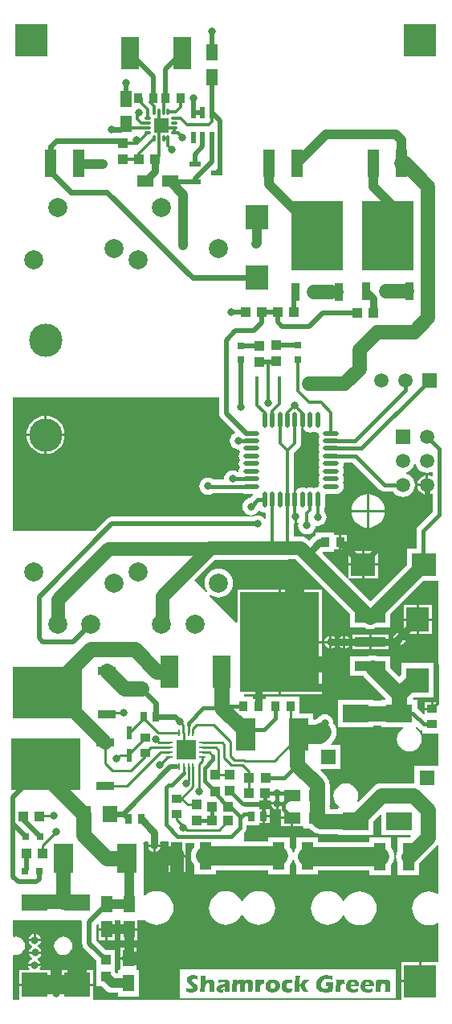
<source format=gtl>
G04 Layer_Physical_Order=1*
G04 Layer_Color=255*
%FSLAX25Y25*%
%MOIN*%
G70*
G01*
G75*
%ADD10R,0.03740X0.03937*%
%ADD11R,0.01575X0.07874*%
%ADD12R,0.04331X0.03937*%
%ADD13R,0.21654X0.29134*%
%ADD14R,0.03740X0.07480*%
%ADD15R,0.09449X0.10236*%
%ADD16R,0.04843X0.07087*%
%ADD17R,0.04528X0.02362*%
%ADD18R,0.03937X0.04331*%
%ADD19R,0.07087X0.04843*%
%ADD20O,0.02953X0.01181*%
%ADD21O,0.01181X0.02953*%
%ADD22R,0.06496X0.06496*%
%ADD23R,0.02284X0.04803*%
%ADD24R,0.05000X0.11496*%
%ADD25R,0.07205X0.13504*%
%ADD26R,0.10236X0.09449*%
%ADD27R,0.03937X0.03740*%
%ADD28R,0.02756X0.03937*%
%ADD29R,0.03150X0.03150*%
%ADD30R,0.07874X0.12402*%
%ADD31R,0.02165X0.05709*%
%ADD32R,0.03150X0.03150*%
%ADD33R,0.11024X0.10236*%
%ADD34R,0.11024X0.06693*%
%ADD35R,0.07480X0.03740*%
%ADD36R,0.29134X0.21654*%
%ADD37R,0.06299X0.07087*%
%ADD38R,0.08465X0.13386*%
%ADD39R,0.06201X0.06201*%
%ADD40R,0.11024X0.07480*%
%ADD41O,0.02165X0.06496*%
%ADD42O,0.06496X0.02165*%
%ADD43R,0.12992X0.04134*%
%ADD44R,0.33071X0.41339*%
%ADD45R,0.01102X0.03150*%
%ADD46R,0.03150X0.01102*%
%ADD47R,0.08425X0.08425*%
%ADD48C,0.01181*%
%ADD49C,0.01969*%
%ADD50C,0.05906*%
%ADD51C,0.03937*%
%ADD52C,0.03150*%
%ADD53C,0.02362*%
%ADD54C,0.06299*%
%ADD55C,0.01000*%
%ADD56C,0.05512*%
%ADD57C,0.07874*%
%ADD58C,0.01575*%
%ADD59R,0.02264X0.06693*%
%ADD60R,0.02067X0.03543*%
%ADD61R,0.13780X0.13780*%
%ADD62R,0.13780X0.13780*%
%ADD63R,0.05906X0.05906*%
%ADD64C,0.05906*%
%ADD65R,0.05906X0.05906*%
%ADD66C,0.07874*%
%ADD67C,0.13780*%
%ADD68C,0.13780*%
%ADD69C,0.03150*%
%ADD70C,0.03150*%
%ADD71C,0.01969*%
G36*
X154452Y213468D02*
X155027Y213026D01*
X155698Y212748D01*
X156417Y212653D01*
X160005D01*
X160565Y211923D01*
X161593Y211134D01*
X162790Y210638D01*
X164075Y210469D01*
X165360Y210638D01*
X166557Y211134D01*
X167585Y211923D01*
X168374Y212951D01*
X168869Y214148D01*
X169039Y215433D01*
X168869Y216718D01*
X168374Y217915D01*
X167585Y218943D01*
X166557Y219732D01*
X165483Y220177D01*
X165483Y220177D01*
Y220689D01*
X165483Y220690D01*
X166557Y221134D01*
X167585Y221923D01*
X168374Y222951D01*
X168818Y224025D01*
X168819Y224025D01*
X169331D01*
X169332Y224025D01*
X169776Y222951D01*
X170565Y221923D01*
X171593Y221134D01*
X172790Y220638D01*
X174075Y220469D01*
X175360Y220638D01*
X175938Y220878D01*
X176354Y220601D01*
Y219253D01*
X175854Y218974D01*
X175107Y219284D01*
X174575Y219354D01*
Y215433D01*
Y211512D01*
X175107Y211582D01*
X175854Y211892D01*
X176354Y211613D01*
Y204301D01*
X170613Y198560D01*
X170171Y197984D01*
X169894Y197314D01*
X169799Y196595D01*
Y189173D01*
X165650D01*
Y182290D01*
X150742Y167383D01*
X150242D01*
X141332Y176293D01*
X141336Y176300D01*
X141336Y176300D01*
X141576Y176756D01*
X141857Y176756D01*
X147039D01*
Y181980D01*
X141421D01*
Y177228D01*
X141421Y176911D01*
X140958Y176667D01*
X130683Y186942D01*
Y187528D01*
X130951Y187795D01*
X135531D01*
Y188764D01*
X137492D01*
Y191732D01*
Y194701D01*
X135531D01*
Y195669D01*
X127854D01*
Y194834D01*
X127839Y194827D01*
X127099Y194259D01*
X125232Y192393D01*
X124885Y192740D01*
X123898Y193497D01*
X122749Y193973D01*
X121516Y194135D01*
X118723D01*
Y199431D01*
X119087Y199709D01*
Y202362D01*
X120087D01*
Y199831D01*
X120259Y199854D01*
X120364Y199898D01*
X120689Y199611D01*
X120757Y199519D01*
X120639Y198622D01*
X120761Y197697D01*
X121118Y196835D01*
X121686Y196095D01*
X122426Y195527D01*
X123288Y195170D01*
X124213Y195048D01*
X125138Y195170D01*
X126000Y195527D01*
X126740Y196095D01*
X127308Y196835D01*
X127665Y197697D01*
X127725Y198153D01*
X127911Y198608D01*
X128251Y198571D01*
X128839Y198493D01*
X129764Y198615D01*
X130626Y198972D01*
X131366Y199540D01*
X131934Y200280D01*
X132291Y201142D01*
X132413Y202067D01*
X132291Y202992D01*
X131934Y203854D01*
X131366Y204594D01*
X131321Y204628D01*
Y205537D01*
X131405Y205646D01*
X131713Y206389D01*
X131818Y207185D01*
Y211316D01*
X131989Y211614D01*
X132287Y211785D01*
X136417D01*
X137214Y211890D01*
X137956Y212197D01*
X138593Y212686D01*
X139083Y213323D01*
X139390Y214066D01*
X139495Y214862D01*
X139390Y215659D01*
X139083Y216401D01*
X139055Y216437D01*
X139083Y216473D01*
X139390Y217215D01*
X139495Y218012D01*
X139390Y218808D01*
X139083Y219551D01*
X139055Y219587D01*
X139083Y219623D01*
X139390Y220365D01*
X139495Y221162D01*
X139390Y221958D01*
X139083Y222700D01*
X139055Y222736D01*
X139083Y222772D01*
X139390Y223515D01*
X139495Y224311D01*
X139819Y224681D01*
X143238D01*
X154452Y213468D01*
D02*
G37*
G36*
X87868Y245177D02*
X87970Y244406D01*
X88267Y243688D01*
X88741Y243071D01*
X94353Y237459D01*
X94255Y236969D01*
X93981Y236855D01*
X93241Y236287D01*
X92673Y235547D01*
X92316Y234685D01*
X92194Y233760D01*
X92316Y232835D01*
X92673Y231973D01*
X93241Y231233D01*
X93981Y230665D01*
X94843Y230308D01*
X95768Y230186D01*
X96020Y229993D01*
X96043Y229814D01*
X96351Y229071D01*
X96378Y229035D01*
X96351Y228999D01*
X96043Y228257D01*
X95938Y227461D01*
X96043Y226664D01*
X96351Y225922D01*
X96378Y225886D01*
X96351Y225850D01*
X96043Y225108D01*
X95938Y224311D01*
X96043Y223515D01*
X96351Y222772D01*
X96378Y222736D01*
X96351Y222700D01*
X96043Y221958D01*
X95938Y221162D01*
X95883Y221099D01*
X95469Y220895D01*
X95192Y221107D01*
X94331Y221464D01*
X93406Y221586D01*
X92481Y221464D01*
X91619Y221107D01*
X90878Y220539D01*
X90311Y219799D01*
X89954Y218937D01*
X89832Y218012D01*
X89507Y217642D01*
X85496D01*
X84956Y218056D01*
X84094Y218413D01*
X83169Y218534D01*
X82244Y218413D01*
X81382Y218056D01*
X80642Y217488D01*
X80074Y216748D01*
X79717Y215886D01*
X79596Y214961D01*
X79717Y214036D01*
X80074Y213174D01*
X80642Y212434D01*
X81382Y211866D01*
X82244Y211509D01*
X83169Y211387D01*
X84094Y211509D01*
X84956Y211866D01*
X85239Y212083D01*
X97753D01*
X98219Y211890D01*
X99016Y211785D01*
X101761D01*
X101929Y211410D01*
X101940Y211285D01*
X100671Y210016D01*
X100158Y209948D01*
X99296Y209591D01*
X98556Y209023D01*
X97988Y208283D01*
X97631Y207421D01*
X97509Y206496D01*
X97631Y205571D01*
X97988Y204709D01*
X98556Y203969D01*
X99296Y203401D01*
X100158Y203044D01*
X101083Y202922D01*
X102008Y203044D01*
X102870Y203401D01*
X103610Y203969D01*
X104158Y204683D01*
X104184Y204707D01*
X104190Y204712D01*
X104764Y204819D01*
X105154Y204520D01*
X105896Y204212D01*
X106693Y204108D01*
X106886Y204133D01*
X107261Y203803D01*
Y201492D01*
X106761Y201323D01*
X106366Y201838D01*
X105626Y202406D01*
X104764Y202763D01*
X103839Y202885D01*
X102914Y202763D01*
X102052Y202406D01*
X101899Y202289D01*
X43307D01*
X43307Y202289D01*
X42536Y202188D01*
X41818Y201890D01*
X41201Y201417D01*
X41201Y201417D01*
X36143Y196358D01*
X2208D01*
Y251772D01*
X87868D01*
Y245177D01*
D02*
G37*
G36*
X107390Y84925D02*
X109186D01*
X109520Y84425D01*
X109401Y84137D01*
X109378Y83965D01*
X111909D01*
Y83465D01*
X112409D01*
Y80933D01*
X112582Y80956D01*
X113108Y81174D01*
X113427Y80952D01*
X113528Y80831D01*
Y78059D01*
X118071D01*
Y77559D01*
X118571D01*
Y74138D01*
X122374D01*
X122614Y74138D01*
X122874Y73746D01*
Y73169D01*
X125475D01*
X126310Y72334D01*
X127380Y71514D01*
X128625Y70998D01*
X129961Y70822D01*
X137008D01*
Y70276D01*
X151969D01*
Y76164D01*
X154656Y78852D01*
X155118Y78660D01*
Y70276D01*
X167172D01*
X167364Y69814D01*
X166861Y69311D01*
X161976D01*
Y64179D01*
X161974Y64176D01*
X161459Y62931D01*
X161283Y61594D01*
X161459Y60258D01*
X161974Y59013D01*
X161976Y59011D01*
Y53878D01*
X170913D01*
Y58763D01*
X178060Y65909D01*
X178395Y66345D01*
X178895Y66176D01*
Y46418D01*
X178395Y46119D01*
X177629Y46528D01*
X176315Y46927D01*
X174949Y47061D01*
X173583Y46927D01*
X172269Y46528D01*
X171059Y45881D01*
X169998Y45010D01*
X169127Y43949D01*
X168480Y42739D01*
X168081Y41425D01*
X167947Y40059D01*
X168081Y38693D01*
X168480Y37380D01*
X169127Y36169D01*
X169998Y35108D01*
X171059Y34237D01*
X172269Y33590D01*
X173583Y33191D01*
X174949Y33057D01*
X176315Y33191D01*
X177629Y33590D01*
X178395Y33999D01*
X178895Y33700D01*
Y17732D01*
X171760D01*
Y9843D01*
X171260D01*
Y9343D01*
X163370D01*
Y2208D01*
X35932D01*
X35449Y2248D01*
X35449Y2708D01*
Y7866D01*
X28937D01*
Y8366D01*
X28437D01*
Y14484D01*
X22425D01*
Y12003D01*
X21925Y11833D01*
X21817Y11974D01*
X21279Y12387D01*
X20652Y12646D01*
X20480Y12669D01*
Y10138D01*
X19480D01*
Y12669D01*
X19308Y12646D01*
X18682Y12387D01*
X18232Y12042D01*
X17732Y12185D01*
Y14484D01*
X13424D01*
X13177Y14984D01*
X13371Y15237D01*
X13631Y15863D01*
X13653Y16036D01*
X8591D01*
X8614Y15863D01*
X8873Y15237D01*
X9067Y14984D01*
X8820Y14484D01*
X4709D01*
Y8866D01*
X11220D01*
Y7866D01*
X4709D01*
Y2708D01*
X4709Y2248D01*
X4225Y2208D01*
X2208D01*
Y20424D01*
X2708Y20820D01*
X3347Y20735D01*
X4323Y20864D01*
X5233Y21241D01*
X6014Y21840D01*
X6613Y22622D01*
X6990Y23531D01*
X7119Y24508D01*
X6990Y25484D01*
X6613Y26394D01*
X6014Y27175D01*
X5233Y27775D01*
X4323Y28152D01*
X3347Y28280D01*
X2708Y28196D01*
X2208Y28591D01*
Y35004D01*
X30582D01*
X30911Y34628D01*
X30880Y34390D01*
Y25394D01*
X30982Y24623D01*
X31279Y23905D01*
X31752Y23288D01*
X36713Y18328D01*
Y14469D01*
Y12167D01*
X36679Y11909D01*
X36713Y11652D01*
Y7776D01*
X39168D01*
X40736Y6208D01*
X41558Y5577D01*
X42516Y5180D01*
X43543Y5045D01*
X45709D01*
Y3504D01*
X54488D01*
Y14528D01*
X53912D01*
X53520Y14787D01*
X53520Y15028D01*
Y18831D01*
X46677D01*
Y15028D01*
X46677Y14787D01*
X46285Y14528D01*
X45709D01*
Y12987D01*
X45188D01*
X44587Y13588D01*
Y14469D01*
Y22736D01*
X40728D01*
X36836Y26627D01*
Y33156D01*
X37259Y33578D01*
X37721Y33387D01*
Y31858D01*
X44563D01*
Y35004D01*
X46973D01*
Y31858D01*
X53815D01*
Y35004D01*
X56595D01*
X56595Y35004D01*
Y35004D01*
X57090Y34992D01*
X57889Y34335D01*
X59100Y33688D01*
X60413Y33290D01*
X61780Y33155D01*
X63146Y33290D01*
X64459Y33688D01*
X65670Y34335D01*
X66731Y35206D01*
X67602Y36267D01*
X68249Y37478D01*
X68647Y38791D01*
X68782Y40157D01*
X68647Y41524D01*
X68249Y42837D01*
X67602Y44048D01*
X66731Y45109D01*
X65670Y45980D01*
X64459Y46627D01*
X63146Y47025D01*
X61780Y47160D01*
X60413Y47025D01*
X59100Y46627D01*
X57889Y45980D01*
X57095Y45327D01*
X56595Y45564D01*
Y66831D01*
X56299Y67126D01*
X56890Y67717D01*
X58299D01*
X58526Y67217D01*
X58318Y66716D01*
X58296Y66543D01*
X63358D01*
X63335Y66716D01*
X63128Y67217D01*
X63354Y67717D01*
X66783D01*
Y62193D01*
X73783D01*
Y67102D01*
X77626D01*
Y65557D01*
X77161Y64990D01*
X76612Y63964D01*
X76275Y62851D01*
X76161Y61693D01*
X76275Y60535D01*
X76612Y59422D01*
X77161Y58396D01*
X77626Y57829D01*
Y53976D01*
X86563D01*
Y55759D01*
X108138D01*
Y53976D01*
X117075D01*
Y57829D01*
X117540Y58396D01*
X118089Y59422D01*
X118285Y60069D01*
X118807D01*
X119033Y59324D01*
X119582Y58298D01*
X119949Y57850D01*
Y53976D01*
X128886D01*
Y55660D01*
X150165D01*
Y53878D01*
X159102D01*
Y57731D01*
X159568Y58298D01*
X160116Y59324D01*
X160454Y60437D01*
X160568Y61594D01*
X160454Y62752D01*
X160116Y63865D01*
X159568Y64891D01*
X159102Y65459D01*
Y69311D01*
X150165D01*
Y67529D01*
X128886D01*
Y69410D01*
X119949D01*
Y65339D01*
X119582Y64891D01*
X119033Y63865D01*
X118837Y63219D01*
X118315D01*
X118089Y63964D01*
X117540Y64990D01*
X117075Y65557D01*
Y69410D01*
X108138D01*
Y67627D01*
X98691D01*
X98228Y67717D01*
Y71266D01*
X98324Y71361D01*
X98766Y71937D01*
X99043Y72607D01*
X99138Y73327D01*
Y74311D01*
X104528D01*
Y75280D01*
X105799D01*
Y78248D01*
Y81217D01*
X104528D01*
Y82185D01*
X98228D01*
Y83957D01*
X104331D01*
Y84925D01*
X106390D01*
Y87894D01*
X107390D01*
Y84925D01*
D02*
G37*
G36*
X122513Y240256D02*
X122618Y239459D01*
X122925Y238717D01*
X122941Y238697D01*
Y238232D01*
X123250Y238294D01*
X123415Y238080D01*
X124052Y237591D01*
X124794Y237283D01*
X125591Y237178D01*
X126387Y237283D01*
X127129Y237591D01*
X127165Y237618D01*
X127201Y237591D01*
X127944Y237283D01*
X128740Y237178D01*
X129009Y236910D01*
X129114Y236113D01*
X129421Y235371D01*
X129449Y235335D01*
X129421Y235299D01*
X129114Y234556D01*
X129009Y233760D01*
X129114Y232963D01*
X129421Y232221D01*
X129449Y232185D01*
X129421Y232149D01*
X129114Y231407D01*
X129009Y230610D01*
X129114Y229814D01*
X129421Y229071D01*
X129449Y229035D01*
X129421Y228999D01*
X129114Y228257D01*
X129009Y227461D01*
X129114Y226664D01*
X129421Y225922D01*
X129449Y225886D01*
X129421Y225850D01*
X129114Y225108D01*
X129009Y224311D01*
X129114Y223515D01*
X129421Y222772D01*
X129449Y222736D01*
X129421Y222700D01*
X129114Y221958D01*
X129009Y221162D01*
X129114Y220365D01*
X129421Y219623D01*
X129449Y219587D01*
X129421Y219551D01*
X129114Y218808D01*
X129009Y218012D01*
X129114Y217215D01*
X129421Y216473D01*
X129449Y216437D01*
X129421Y216401D01*
X129114Y215659D01*
X129035Y215059D01*
X128740Y214593D01*
X127944Y214488D01*
X127201Y214181D01*
X127165Y214153D01*
X127129Y214181D01*
X126387Y214488D01*
X125591Y214593D01*
X124794Y214488D01*
X124052Y214181D01*
X124016Y214153D01*
X123980Y214181D01*
X123238Y214488D01*
X122441Y214593D01*
X121644Y214488D01*
X120902Y214181D01*
X120265Y213692D01*
X120101Y213478D01*
X119791Y213540D01*
Y213075D01*
X119776Y213055D01*
X119468Y212312D01*
X119363Y211516D01*
Y209350D01*
X119220D01*
Y211516D01*
X119115Y212312D01*
X118807Y213055D01*
X118791Y213075D01*
Y213864D01*
X118723Y213920D01*
Y228655D01*
X121116Y231049D01*
X121527Y231583D01*
X121785Y232206D01*
X121872Y232874D01*
Y237852D01*
X121941Y237908D01*
Y238697D01*
X121957Y238717D01*
X122264Y239459D01*
X122369Y240256D01*
Y242421D01*
X122513D01*
Y240256D01*
D02*
G37*
G36*
X121020Y183127D02*
X121020Y183127D01*
X142028Y162119D01*
Y156358D01*
X147991D01*
X148110Y156267D01*
X149259Y155791D01*
X150492Y155629D01*
X151725Y155791D01*
X152875Y156267D01*
X152994Y156358D01*
X158957D01*
Y162119D01*
X172625Y175787D01*
X178895D01*
Y125508D01*
X176681D01*
Y122638D01*
X176181D01*
Y122138D01*
X173213D01*
Y120457D01*
X172713Y120293D01*
X170174Y122832D01*
X170079Y122905D01*
Y126575D01*
X168441D01*
X168234Y127075D01*
X168620Y127461D01*
X176969D01*
Y141634D01*
X163583D01*
Y137025D01*
X162599Y136041D01*
X158957Y139682D01*
Y144429D01*
X153616D01*
X152960Y144701D01*
X151624Y144877D01*
X150288Y144701D01*
X149632Y144429D01*
X142028D01*
Y136358D01*
X147748D01*
X147974Y136064D01*
X156963Y127075D01*
X156756Y126575D01*
X155118D01*
Y126029D01*
X151969D01*
Y126575D01*
X137008D01*
Y115157D01*
X151969D01*
Y115704D01*
X155118D01*
Y115157D01*
X164048D01*
X164087Y114657D01*
X163082Y113886D01*
X162262Y112817D01*
X161746Y111572D01*
X161570Y110236D01*
X161746Y108900D01*
X162262Y107655D01*
X163082Y106586D01*
X164151Y105766D01*
X165396Y105250D01*
X166732Y105074D01*
X168068Y105250D01*
X169314Y105766D01*
X170383Y106586D01*
X171203Y107655D01*
X171719Y108900D01*
X171895Y110236D01*
X171719Y111572D01*
X171203Y112817D01*
X170383Y113886D01*
X169378Y114657D01*
X169416Y115157D01*
X169986D01*
X170771Y114373D01*
X171346Y113931D01*
X172017Y113654D01*
X172244Y113624D01*
Y112500D01*
X178895D01*
Y99242D01*
X168947D01*
Y92097D01*
X168571Y91768D01*
X168504Y91777D01*
X155118D01*
X153782Y91601D01*
X152537Y91085D01*
X151468Y90264D01*
X145458Y84255D01*
X145034Y84538D01*
X145341Y85278D01*
X145517Y86614D01*
X145341Y87950D01*
X144825Y89195D01*
X144005Y90264D01*
X142936Y91085D01*
X141691Y91601D01*
X140354Y91777D01*
X139018Y91601D01*
X137773Y91085D01*
X136704Y90264D01*
X135884Y89195D01*
X135368Y87950D01*
X135192Y86614D01*
X135368Y85278D01*
X135884Y84033D01*
X136704Y82964D01*
X137709Y82193D01*
X137670Y81693D01*
X137008D01*
Y81147D01*
X133898D01*
Y81949D01*
X133548D01*
Y82520D01*
X133898D01*
Y91299D01*
X133548D01*
X133372Y92635D01*
X132857Y93880D01*
X132036Y94950D01*
X129839Y97146D01*
X130031Y97608D01*
X138140D01*
Y107746D01*
X134266D01*
X134059Y108246D01*
X134708Y108895D01*
X135446Y109794D01*
X135994Y110820D01*
X136332Y111933D01*
X136446Y113091D01*
X136332Y114248D01*
X135994Y115361D01*
X135446Y116387D01*
X135241Y116637D01*
X135267Y116831D01*
X135145Y117756D01*
X134788Y118618D01*
X134220Y119358D01*
X133480Y119926D01*
X132618Y120283D01*
X131693Y120405D01*
X130768Y120283D01*
X129906Y119926D01*
X129166Y119358D01*
X128661Y118701D01*
X128241Y118573D01*
X127469Y118160D01*
X126969Y118452D01*
Y120669D01*
X121260D01*
Y127854D01*
X107283D01*
Y127311D01*
X107102Y126886D01*
X104732D01*
Y123917D01*
X103732D01*
Y126886D01*
X101772D01*
Y127854D01*
X98228D01*
Y128725D01*
X112394D01*
Y150394D01*
Y172063D01*
X95358D01*
Y158740D01*
X94896Y158549D01*
X83861Y169584D01*
X84197Y169955D01*
X84302Y169869D01*
X85328Y169321D01*
X86441Y168983D01*
X87599Y168869D01*
X88756Y168983D01*
X89869Y169321D01*
X90895Y169869D01*
X91795Y170607D01*
X92532Y171506D01*
X93081Y172532D01*
X93419Y173645D01*
X93533Y174803D01*
X93419Y175961D01*
X93081Y177074D01*
X92532Y178100D01*
X91795Y178999D01*
X90895Y179737D01*
X89869Y180286D01*
X88756Y180623D01*
X87599Y180737D01*
X86441Y180623D01*
X85328Y180286D01*
X84302Y179737D01*
X83402Y178999D01*
X82665Y178100D01*
X82116Y177074D01*
X81778Y175961D01*
X81664Y174803D01*
X81778Y173645D01*
X82116Y172532D01*
X82665Y171506D01*
X82750Y171402D01*
X82379Y171065D01*
X77434Y176011D01*
X85931Y184506D01*
X116142D01*
X116889Y184605D01*
X119542D01*
X121020Y183127D01*
D02*
G37*
%LPC*%
G36*
X104102Y47160D02*
X102736Y47025D01*
X101423Y46627D01*
X100212Y45980D01*
X99151Y45109D01*
X98280Y44048D01*
X97633Y42837D01*
X97601Y42729D01*
X97100D01*
X97068Y42837D01*
X96421Y44048D01*
X95550Y45109D01*
X94489Y45980D01*
X93278Y46627D01*
X91965Y47025D01*
X90598Y47160D01*
X89232Y47025D01*
X87919Y46627D01*
X86708Y45980D01*
X85647Y45109D01*
X84776Y44048D01*
X84129Y42837D01*
X83731Y41524D01*
X83596Y40157D01*
X83731Y38791D01*
X84129Y37478D01*
X84776Y36267D01*
X85647Y35206D01*
X86708Y34335D01*
X87919Y33688D01*
X89232Y33290D01*
X90598Y33155D01*
X91965Y33290D01*
X93278Y33688D01*
X94489Y34335D01*
X95550Y35206D01*
X96421Y36267D01*
X97068Y37478D01*
X97100Y37586D01*
X97601D01*
X97633Y37478D01*
X98280Y36267D01*
X99151Y35206D01*
X100212Y34335D01*
X101423Y33688D01*
X102736Y33290D01*
X104102Y33155D01*
X105468Y33290D01*
X106782Y33688D01*
X107993Y34335D01*
X109054Y35206D01*
X109924Y36267D01*
X110572Y37478D01*
X110970Y38791D01*
X111105Y40157D01*
X110970Y41524D01*
X110572Y42837D01*
X109924Y44048D01*
X109054Y45109D01*
X107993Y45980D01*
X106782Y46627D01*
X105468Y47025D01*
X104102Y47160D01*
D02*
G37*
G36*
X132921D02*
X131555Y47025D01*
X130242Y46627D01*
X129031Y45980D01*
X127970Y45109D01*
X127099Y44048D01*
X126452Y42837D01*
X126054Y41524D01*
X125919Y40157D01*
X126054Y38791D01*
X126452Y37478D01*
X127099Y36267D01*
X127970Y35206D01*
X129031Y34335D01*
X130242Y33688D01*
X131555Y33290D01*
X132921Y33155D01*
X134287Y33290D01*
X135601Y33688D01*
X136811Y34335D01*
X137873Y35206D01*
X138743Y36267D01*
X139219Y37156D01*
X139783Y37151D01*
X140308Y36169D01*
X141179Y35108D01*
X142240Y34237D01*
X143450Y33590D01*
X144764Y33191D01*
X146130Y33057D01*
X147496Y33191D01*
X148810Y33590D01*
X150020Y34237D01*
X151081Y35108D01*
X151952Y36169D01*
X152599Y37380D01*
X152998Y38693D01*
X153132Y40059D01*
X152998Y41425D01*
X152599Y42739D01*
X151952Y43949D01*
X151081Y45010D01*
X150020Y45881D01*
X148810Y46528D01*
X147496Y46927D01*
X146130Y47061D01*
X144764Y46927D01*
X143450Y46528D01*
X142240Y45881D01*
X141179Y45010D01*
X140308Y43949D01*
X139833Y43060D01*
X139269Y43066D01*
X138743Y44048D01*
X137873Y45109D01*
X136811Y45980D01*
X135601Y46627D01*
X134287Y47025D01*
X132921Y47160D01*
D02*
G37*
G36*
X73417Y46843D02*
X71386D01*
X71409Y46670D01*
X71668Y46044D01*
X72081Y45506D01*
X72619Y45094D01*
X73245Y44834D01*
X73417Y44811D01*
Y46843D01*
D02*
G37*
G36*
X76449D02*
X74417D01*
Y44811D01*
X74590Y44834D01*
X75216Y45094D01*
X75754Y45506D01*
X76166Y46044D01*
X76426Y46670D01*
X76449Y46843D01*
D02*
G37*
G36*
X72236Y30209D02*
X70205D01*
X70228Y30037D01*
X70487Y29410D01*
X70900Y28872D01*
X71438Y28460D01*
X72064Y28200D01*
X72236Y28177D01*
Y30209D01*
D02*
G37*
G36*
X11721Y29401D02*
Y27370D01*
X13752D01*
X13729Y27542D01*
X13470Y28169D01*
X13057Y28706D01*
X12519Y29119D01*
X11893Y29379D01*
X11721Y29401D01*
D02*
G37*
G36*
X75267Y30209D02*
X73236D01*
Y28177D01*
X73408Y28200D01*
X74035Y28460D01*
X74573Y28872D01*
X74985Y29410D01*
X75245Y30037D01*
X75267Y30209D01*
D02*
G37*
G36*
X73236Y33240D02*
Y31209D01*
X75267D01*
X75245Y31381D01*
X74985Y32007D01*
X74573Y32545D01*
X74035Y32958D01*
X73408Y33217D01*
X73236Y33240D01*
D02*
G37*
G36*
X72236D02*
X72064Y33217D01*
X71438Y32958D01*
X70900Y32545D01*
X70487Y32007D01*
X70228Y31381D01*
X70205Y31209D01*
X72236D01*
Y33240D01*
D02*
G37*
G36*
X63358Y65543D02*
X61327D01*
Y63512D01*
X61499Y63535D01*
X62125Y63794D01*
X62663Y64207D01*
X63076Y64745D01*
X63335Y65371D01*
X63358Y65543D01*
D02*
G37*
G36*
X108677Y81217D02*
X106799D01*
Y78748D01*
X108677D01*
Y81217D01*
D02*
G37*
G36*
X117571Y77059D02*
X113528D01*
Y74138D01*
X117571D01*
Y77059D01*
D02*
G37*
G36*
X108677Y77748D02*
X106799D01*
Y75280D01*
X108677D01*
Y77748D01*
D02*
G37*
G36*
X60327Y65543D02*
X58296D01*
X58318Y65371D01*
X58578Y64745D01*
X58990Y64207D01*
X59528Y63794D01*
X60155Y63535D01*
X60327Y63512D01*
Y65543D01*
D02*
G37*
G36*
X74417Y49874D02*
Y47843D01*
X76449D01*
X76426Y48015D01*
X76166Y48641D01*
X75754Y49179D01*
X75216Y49592D01*
X74590Y49851D01*
X74417Y49874D01*
D02*
G37*
G36*
X73417D02*
X73245Y49851D01*
X72619Y49592D01*
X72081Y49179D01*
X71668Y48641D01*
X71409Y48015D01*
X71386Y47843D01*
X73417D01*
Y49874D01*
D02*
G37*
G36*
X73783Y61193D02*
X70784D01*
Y54945D01*
X73783D01*
Y61193D01*
D02*
G37*
G36*
X69784D02*
X66783D01*
Y54945D01*
X69784D01*
Y61193D01*
D02*
G37*
G36*
X10721Y29401D02*
X10548Y29379D01*
X9922Y29119D01*
X9384Y28706D01*
X8971Y28169D01*
X8712Y27542D01*
X8689Y27370D01*
X10721D01*
Y29401D01*
D02*
G37*
G36*
X63594Y18831D02*
X61563D01*
Y16800D01*
X61735Y16822D01*
X62362Y17082D01*
X62899Y17494D01*
X63312Y18032D01*
X63572Y18659D01*
X63594Y18831D01*
D02*
G37*
G36*
X60563D02*
X58532D01*
X58555Y18659D01*
X58814Y18032D01*
X59227Y17494D01*
X59764Y17082D01*
X60391Y16822D01*
X60563Y16800D01*
Y18831D01*
D02*
G37*
G36*
X13949Y21252D02*
X8886D01*
X8909Y21080D01*
X9168Y20453D01*
X9581Y19916D01*
X10119Y19503D01*
X10185Y19476D01*
Y18934D01*
X9824Y18785D01*
X9286Y18372D01*
X8873Y17834D01*
X8614Y17208D01*
X8591Y17036D01*
X13653D01*
X13631Y17208D01*
X13371Y17834D01*
X12958Y18372D01*
X12421Y18785D01*
X12354Y18812D01*
Y19353D01*
X12716Y19503D01*
X13254Y19916D01*
X13667Y20453D01*
X13926Y21080D01*
X13949Y21252D01*
D02*
G37*
G36*
X29437Y20740D02*
Y18709D01*
X31468D01*
X31446Y18881D01*
X31186Y19507D01*
X30773Y20045D01*
X30236Y20458D01*
X29609Y20717D01*
X29437Y20740D01*
D02*
G37*
G36*
X28437D02*
X28265Y20717D01*
X27639Y20458D01*
X27101Y20045D01*
X26688Y19507D01*
X26428Y18881D01*
X26406Y18709D01*
X28437D01*
Y20740D01*
D02*
G37*
G36*
X35449Y14484D02*
X29437D01*
Y8866D01*
X35449D01*
Y14484D01*
D02*
G37*
G36*
X161276Y14782D02*
X71547D01*
Y2720D01*
X161276D01*
Y14782D01*
D02*
G37*
G36*
X170760Y17732D02*
X163370D01*
Y10343D01*
X170760D01*
Y17732D01*
D02*
G37*
G36*
X31468Y17709D02*
X29437D01*
Y15677D01*
X29609Y15700D01*
X30236Y15960D01*
X30773Y16372D01*
X31186Y16910D01*
X31446Y17537D01*
X31468Y17709D01*
D02*
G37*
G36*
X28437D02*
X26406D01*
X26428Y17537D01*
X26688Y16910D01*
X27101Y16372D01*
X27639Y15960D01*
X28265Y15700D01*
X28437Y15677D01*
Y17709D01*
D02*
G37*
G36*
X40642Y30858D02*
X37721D01*
Y26815D01*
X40642D01*
Y30858D01*
D02*
G37*
G36*
X13752Y26370D02*
X8689D01*
X8712Y26198D01*
X8971Y25572D01*
X9384Y25034D01*
X9922Y24621D01*
X10115Y24541D01*
X10119Y24001D01*
X9581Y23588D01*
X9168Y23051D01*
X8909Y22424D01*
X8886Y22252D01*
X13949D01*
X13926Y22424D01*
X13667Y23051D01*
X13254Y23588D01*
X12716Y24001D01*
X12522Y24081D01*
X12519Y24621D01*
X13057Y25034D01*
X13470Y25572D01*
X13729Y26198D01*
X13752Y26370D01*
D02*
G37*
G36*
X44563Y30858D02*
X41642D01*
Y26815D01*
X44563D01*
Y30858D01*
D02*
G37*
G36*
X53815D02*
X50894D01*
Y26815D01*
X53815D01*
Y30858D01*
D02*
G37*
G36*
X49894D02*
X46973D01*
Y26815D01*
X49894D01*
Y30858D01*
D02*
G37*
G36*
X53520Y23874D02*
X50599D01*
Y19831D01*
X53520D01*
Y23874D01*
D02*
G37*
G36*
X49599D02*
X46677D01*
Y19831D01*
X49599D01*
Y23874D01*
D02*
G37*
G36*
X60563Y21862D02*
X60391Y21839D01*
X59764Y21580D01*
X59227Y21167D01*
X58814Y20629D01*
X58555Y20003D01*
X58532Y19831D01*
X60563D01*
Y21862D01*
D02*
G37*
G36*
X23031Y28280D02*
X22055Y28152D01*
X21145Y27775D01*
X20364Y27175D01*
X19764Y26394D01*
X19388Y25484D01*
X19259Y24508D01*
X19388Y23531D01*
X19764Y22622D01*
X20364Y21840D01*
X21145Y21241D01*
X22055Y20864D01*
X23031Y20735D01*
X24008Y20864D01*
X24918Y21241D01*
X25699Y21840D01*
X26299Y22622D01*
X26675Y23531D01*
X26804Y24508D01*
X26675Y25484D01*
X26299Y26394D01*
X25699Y27175D01*
X24918Y27775D01*
X24008Y28152D01*
X23031Y28280D01*
D02*
G37*
G36*
X61563Y21862D02*
Y19831D01*
X63594D01*
X63572Y20003D01*
X63312Y20629D01*
X62899Y21167D01*
X62362Y21580D01*
X61735Y21839D01*
X61563Y21862D01*
D02*
G37*
G36*
X111409Y82965D02*
X109378D01*
X109401Y82793D01*
X109660Y82166D01*
X110073Y81628D01*
X110611Y81216D01*
X111237Y80956D01*
X111409Y80933D01*
Y82965D01*
D02*
G37*
G36*
X147039Y188205D02*
X141421D01*
Y182980D01*
X147039D01*
Y188205D01*
D02*
G37*
G36*
X119791Y181567D02*
Y179535D01*
X121823D01*
X121800Y179708D01*
X121540Y180334D01*
X121128Y180872D01*
X120590Y181285D01*
X119964Y181544D01*
X119791Y181567D01*
D02*
G37*
G36*
X153657Y188205D02*
X148039D01*
Y182980D01*
X153657D01*
Y188205D01*
D02*
G37*
G36*
X140862Y194701D02*
X138492D01*
Y192232D01*
X140862D01*
Y194701D01*
D02*
G37*
G36*
Y191232D02*
X138492D01*
Y188764D01*
X140862D01*
Y191232D01*
D02*
G37*
G36*
X176000Y165862D02*
X170776D01*
Y160244D01*
X176000D01*
Y165862D01*
D02*
G37*
G36*
X169776D02*
X164551D01*
Y160244D01*
X169776D01*
Y165862D01*
D02*
G37*
G36*
X121823Y178535D02*
X116760D01*
X116783Y178363D01*
X117042Y177737D01*
X117455Y177199D01*
X117636Y177060D01*
X117652Y176443D01*
X117239Y175905D01*
X116980Y175278D01*
X116957Y175106D01*
X122019D01*
X121997Y175278D01*
X121737Y175905D01*
X121325Y176443D01*
X121144Y176581D01*
X121128Y177199D01*
X121540Y177737D01*
X121800Y178363D01*
X121823Y178535D01*
D02*
G37*
G36*
X118791Y181567D02*
X118619Y181544D01*
X117993Y181285D01*
X117455Y180872D01*
X117042Y180334D01*
X116783Y179708D01*
X116760Y179535D01*
X118791D01*
Y181567D01*
D02*
G37*
G36*
X153657Y181980D02*
X148039D01*
Y176756D01*
X153657D01*
Y181980D01*
D02*
G37*
G36*
X15248Y235720D02*
X7869D01*
X7972Y234674D01*
X8424Y233187D01*
X9156Y231816D01*
X10142Y230615D01*
X11344Y229629D01*
X12714Y228896D01*
X14201Y228445D01*
X15248Y228342D01*
Y235720D01*
D02*
G37*
G36*
X173575Y219354D02*
X173043Y219284D01*
X172081Y218886D01*
X171256Y218252D01*
X170622Y217426D01*
X170224Y216465D01*
X170154Y215933D01*
X173575D01*
Y219354D01*
D02*
G37*
G36*
X23627Y235720D02*
X16248D01*
Y228342D01*
X17295Y228445D01*
X18782Y228896D01*
X20153Y229629D01*
X21354Y230615D01*
X22340Y231816D01*
X23073Y233187D01*
X23524Y234674D01*
X23627Y235720D01*
D02*
G37*
G36*
X16248Y244099D02*
Y236720D01*
X23627D01*
X23524Y237767D01*
X23073Y239254D01*
X22340Y240625D01*
X21354Y241826D01*
X20153Y242812D01*
X18782Y243545D01*
X17295Y243996D01*
X16248Y244099D01*
D02*
G37*
G36*
X15248D02*
X14201Y243996D01*
X12714Y243545D01*
X11344Y242812D01*
X10142Y241826D01*
X9156Y240625D01*
X8424Y239254D01*
X7972Y237767D01*
X7869Y236720D01*
X15248D01*
Y244099D01*
D02*
G37*
G36*
X156496Y204224D02*
X150106D01*
Y197835D01*
X150960Y197919D01*
X152262Y198314D01*
X153461Y198955D01*
X154513Y199818D01*
X155376Y200869D01*
X156017Y202069D01*
X156412Y203371D01*
X156496Y204224D01*
D02*
G37*
G36*
X149106D02*
X142717D01*
X142801Y203371D01*
X143196Y202069D01*
X143837Y200869D01*
X144700Y199818D01*
X145751Y198955D01*
X146951Y198314D01*
X148253Y197919D01*
X149106Y197835D01*
Y204224D01*
D02*
G37*
G36*
Y211614D02*
X148253Y211530D01*
X146951Y211135D01*
X145751Y210494D01*
X144700Y209631D01*
X143837Y208579D01*
X143196Y207380D01*
X142801Y206078D01*
X142717Y205224D01*
X149106D01*
Y211614D01*
D02*
G37*
G36*
X173575Y214933D02*
X170154D01*
X170224Y214401D01*
X170622Y213440D01*
X171256Y212614D01*
X172081Y211980D01*
X173043Y211582D01*
X173575Y211512D01*
Y214933D01*
D02*
G37*
G36*
X150106Y211614D02*
Y205224D01*
X156496D01*
X156412Y206078D01*
X156017Y207380D01*
X155376Y208579D01*
X154513Y209631D01*
X153461Y210494D01*
X152262Y211135D01*
X150960Y211530D01*
X150106Y211614D01*
D02*
G37*
G36*
X139264Y149894D02*
X137233D01*
X137255Y149722D01*
X137515Y149095D01*
X137927Y148557D01*
X138465Y148145D01*
X139092Y147885D01*
X139264Y147863D01*
Y149894D01*
D02*
G37*
G36*
X136586D02*
X134555D01*
Y147863D01*
X134727Y147885D01*
X135354Y148145D01*
X135891Y148557D01*
X136304Y149095D01*
X136564Y149722D01*
X136586Y149894D01*
D02*
G37*
G36*
X142295D02*
X140264D01*
Y147863D01*
X140436Y147885D01*
X141062Y148145D01*
X141600Y148557D01*
X142013Y149095D01*
X142272Y149722D01*
X142295Y149894D01*
D02*
G37*
G36*
X165031Y151075D02*
X163000D01*
Y149044D01*
X163172Y149066D01*
X163799Y149326D01*
X164336Y149739D01*
X164749Y150276D01*
X165009Y150903D01*
X165031Y151075D01*
D02*
G37*
G36*
X162000D02*
X159969D01*
X159992Y150903D01*
X160251Y150276D01*
X160664Y149739D01*
X161202Y149326D01*
X161828Y149066D01*
X162000Y149044D01*
Y151075D01*
D02*
G37*
G36*
X130429Y149894D02*
X113394D01*
Y128725D01*
X130429D01*
Y149894D01*
D02*
G37*
G36*
X175681Y125508D02*
X173213D01*
Y123138D01*
X175681D01*
Y125508D01*
D02*
G37*
G36*
X149992Y149894D02*
X142996D01*
Y147327D01*
X149992D01*
Y149894D01*
D02*
G37*
G36*
X133555D02*
X131524D01*
X131547Y149722D01*
X131806Y149095D01*
X132219Y148557D01*
X132757Y148145D01*
X133383Y147885D01*
X133555Y147863D01*
Y149894D01*
D02*
G37*
G36*
X157988D02*
X150992D01*
Y147327D01*
X157988D01*
Y149894D01*
D02*
G37*
G36*
Y153461D02*
X150992D01*
Y150894D01*
X157988D01*
Y153461D01*
D02*
G37*
G36*
X149992D02*
X142996D01*
Y150894D01*
X149992D01*
Y153461D01*
D02*
G37*
G36*
X162000Y154106D02*
X161828Y154083D01*
X161202Y153824D01*
X160664Y153411D01*
X160251Y152873D01*
X159992Y152247D01*
X159969Y152075D01*
X162000D01*
Y154106D01*
D02*
G37*
G36*
X169776Y159244D02*
X164551D01*
X164551Y154022D01*
Y154021D01*
Y154021D01*
X164551Y153877D01*
X164051Y153630D01*
X163799Y153824D01*
X163172Y154083D01*
X163000Y154106D01*
Y152075D01*
X165031D01*
X165009Y152247D01*
X164749Y152873D01*
X164555Y153126D01*
X164802Y153626D01*
X164946Y153626D01*
X164946Y153626D01*
X164947Y153626D01*
X169776D01*
Y159244D01*
D02*
G37*
G36*
X176000D02*
X170776D01*
Y153626D01*
X176000D01*
Y159244D01*
D02*
G37*
G36*
X133555Y152925D02*
X133383Y152902D01*
X132757Y152643D01*
X132219Y152230D01*
X131806Y151692D01*
X131547Y151066D01*
X131524Y150894D01*
X133555D01*
Y152925D01*
D02*
G37*
G36*
X122019Y174106D02*
X116957D01*
X116980Y173934D01*
X117239Y173308D01*
X117652Y172770D01*
X117922Y172563D01*
X117752Y172063D01*
X113394D01*
Y150894D01*
X130429D01*
Y172063D01*
X121225D01*
X121055Y172563D01*
X121325Y172770D01*
X121737Y173308D01*
X121997Y173934D01*
X122019Y174106D01*
D02*
G37*
G36*
X134555Y152925D02*
Y150894D01*
X136586D01*
X136564Y151066D01*
X136304Y151692D01*
X135891Y152230D01*
X135354Y152643D01*
X134727Y152902D01*
X134555Y152925D01*
D02*
G37*
G36*
X140264D02*
Y150894D01*
X142295D01*
X142272Y151066D01*
X142013Y151692D01*
X141600Y152230D01*
X141062Y152643D01*
X140436Y152902D01*
X140264Y152925D01*
D02*
G37*
G36*
X139264D02*
X139092Y152902D01*
X138465Y152643D01*
X137927Y152230D01*
X137515Y151692D01*
X137255Y151066D01*
X137233Y150894D01*
X139264D01*
Y152925D01*
D02*
G37*
%LPD*%
G36*
X116896Y10573D02*
X117011Y10561D01*
X117276Y10538D01*
X117288D01*
X117345Y10527D01*
X117426D01*
X117530Y10503D01*
X117657Y10492D01*
X117818Y10457D01*
X117991Y10423D01*
X118187Y10388D01*
Y10261D01*
Y10250D01*
Y10227D01*
X118199Y10192D01*
Y10146D01*
X118210Y10031D01*
Y9892D01*
Y9881D01*
Y9858D01*
Y9812D01*
X118222Y9754D01*
Y9662D01*
X118233Y9558D01*
Y9443D01*
X118245Y9293D01*
X118280Y8855D01*
X118268D01*
X118245Y8866D01*
X118210Y8878D01*
X118153Y8889D01*
X118095Y8912D01*
X118026Y8935D01*
X117853Y8982D01*
X117645Y9028D01*
X117438Y9074D01*
X117219Y9097D01*
X117000Y9108D01*
X116930D01*
X116861Y9097D01*
X116758Y9085D01*
X116654Y9074D01*
X116538Y9039D01*
X116412Y9005D01*
X116296Y8947D01*
X116285Y8935D01*
X116250Y8924D01*
X116192Y8889D01*
X116135Y8832D01*
X116054Y8774D01*
X115985Y8705D01*
X115916Y8613D01*
X115858Y8509D01*
Y8497D01*
X115835Y8463D01*
X115812Y8394D01*
X115789Y8313D01*
X115766Y8221D01*
X115743Y8105D01*
X115731Y7967D01*
X115720Y7829D01*
Y7817D01*
Y7771D01*
X115731Y7690D01*
Y7609D01*
X115754Y7506D01*
X115778Y7390D01*
X115800Y7287D01*
X115847Y7183D01*
X115858Y7171D01*
X115870Y7137D01*
X115904Y7091D01*
X115950Y7033D01*
X115997Y6975D01*
X116066Y6906D01*
X116158Y6848D01*
X116250Y6791D01*
X116262D01*
X116296Y6768D01*
X116354Y6756D01*
X116435Y6733D01*
X116527Y6710D01*
X116631Y6687D01*
X116746Y6675D01*
X116873Y6664D01*
X116988D01*
X117115Y6675D01*
X117276Y6699D01*
X117288D01*
X117311Y6710D01*
X117357D01*
X117415Y6722D01*
X117542Y6745D01*
X117680Y6768D01*
X117691D01*
X117715Y6779D01*
X117749Y6791D01*
X117807Y6802D01*
X117864Y6825D01*
X117945Y6848D01*
X118130Y6918D01*
Y6906D01*
X118118Y6883D01*
Y6825D01*
X118106Y6745D01*
X118084Y6641D01*
X118060Y6514D01*
X118037Y6364D01*
X118003Y6180D01*
X117876Y5384D01*
X117864D01*
X117841Y5373D01*
X117795Y5361D01*
X117738Y5350D01*
X117668Y5338D01*
X117588Y5327D01*
X117380Y5292D01*
X117149Y5246D01*
X116884Y5223D01*
X116608Y5200D01*
X116331Y5188D01*
X116239D01*
X116135Y5200D01*
X116008D01*
X115847Y5211D01*
X115685Y5234D01*
X115524Y5269D01*
X115362Y5303D01*
X115339Y5315D01*
X115282Y5327D01*
X115189Y5361D01*
X115074Y5407D01*
X114936Y5465D01*
X114786Y5546D01*
X114636Y5638D01*
X114486Y5753D01*
X114475Y5765D01*
X114417Y5811D01*
X114348Y5892D01*
X114267Y5984D01*
X114175Y6099D01*
X114083Y6237D01*
X113990Y6399D01*
X113910Y6560D01*
Y6572D01*
X113898Y6583D01*
X113886Y6618D01*
X113875Y6652D01*
X113840Y6768D01*
X113806Y6918D01*
X113771Y7102D01*
X113737Y7310D01*
X113714Y7540D01*
X113702Y7794D01*
Y7806D01*
Y7817D01*
Y7852D01*
Y7898D01*
X113714Y8025D01*
X113725Y8174D01*
X113748Y8359D01*
X113794Y8567D01*
X113840Y8774D01*
X113910Y8993D01*
Y9005D01*
X113921Y9016D01*
X113944Y9085D01*
X114002Y9201D01*
X114071Y9328D01*
X114152Y9477D01*
X114255Y9639D01*
X114382Y9789D01*
X114532Y9939D01*
X114555Y9950D01*
X114601Y9996D01*
X114694Y10065D01*
X114797Y10146D01*
X114936Y10227D01*
X115097Y10319D01*
X115259Y10388D01*
X115443Y10446D01*
X115455D01*
X115466Y10457D01*
X115535Y10469D01*
X115639Y10492D01*
X115778Y10515D01*
X115939Y10538D01*
X116135Y10561D01*
X116342Y10584D01*
X116781D01*
X116896Y10573D01*
D02*
G37*
G36*
X100258D02*
X100362D01*
X100489Y10550D01*
X100627Y10527D01*
X100777Y10503D01*
X100915Y10457D01*
X100938D01*
X100985Y10434D01*
X101054Y10400D01*
X101146Y10354D01*
X101250Y10296D01*
X101353Y10215D01*
X101457Y10123D01*
X101561Y10019D01*
X101573Y10008D01*
X101596Y9962D01*
X101642Y9892D01*
X101688Y9800D01*
X101734Y9685D01*
X101780Y9546D01*
X101803Y9385D01*
X101815Y9212D01*
Y9201D01*
Y9166D01*
Y9120D01*
Y9039D01*
X101803Y8935D01*
Y8820D01*
X101792Y8670D01*
X101780Y8509D01*
Y8486D01*
Y8463D01*
X101769Y8417D01*
Y8371D01*
Y8301D01*
X101757Y8221D01*
Y8140D01*
X101745Y8036D01*
Y7921D01*
X101734Y7782D01*
X101722Y7644D01*
X101711Y7483D01*
X101699Y7298D01*
X101688Y7114D01*
X101676Y6906D01*
Y6895D01*
Y6860D01*
Y6802D01*
X101665Y6722D01*
Y6629D01*
X101653Y6526D01*
Y6284D01*
X101642Y6018D01*
X101630Y5753D01*
X101619Y5511D01*
Y5407D01*
Y5315D01*
X99624D01*
Y5327D01*
Y5350D01*
Y5384D01*
X99635Y5430D01*
Y5488D01*
X99647Y5569D01*
Y5649D01*
X99659Y5753D01*
X99670Y5984D01*
X99682Y6249D01*
X99705Y6560D01*
X99716Y6906D01*
Y6918D01*
Y6952D01*
Y6998D01*
X99728Y7068D01*
Y7137D01*
X99739Y7229D01*
X99751Y7436D01*
Y7656D01*
X99762Y7875D01*
X99774Y8082D01*
Y8163D01*
Y8244D01*
Y8255D01*
Y8301D01*
Y8359D01*
X99762Y8428D01*
X99739Y8590D01*
X99716Y8659D01*
X99693Y8728D01*
Y8739D01*
X99682Y8751D01*
X99647Y8820D01*
X99589Y8889D01*
X99509Y8947D01*
X99486Y8958D01*
X99428Y8982D01*
X99347Y9005D01*
X99243Y9016D01*
X99220D01*
X99151Y9005D01*
X99071Y8993D01*
X98990Y8958D01*
X98967Y8947D01*
X98921Y8912D01*
X98851Y8843D01*
X98782Y8762D01*
Y8751D01*
X98759Y8739D01*
X98736Y8693D01*
X98713Y8647D01*
X98678Y8590D01*
X98644Y8520D01*
X98586Y8347D01*
Y8336D01*
X98575Y8313D01*
X98563Y8267D01*
X98552Y8197D01*
X98529Y8117D01*
X98517Y8013D01*
X98494Y7886D01*
X98483Y7748D01*
Y7725D01*
Y7667D01*
X98471Y7586D01*
X98459Y7460D01*
X98448Y7298D01*
Y7114D01*
X98436Y6895D01*
X98425Y6652D01*
X98390Y5315D01*
X96372D01*
Y5338D01*
X96384Y5396D01*
Y5453D01*
X96395Y5511D01*
Y5580D01*
X96407Y5672D01*
Y5765D01*
X96419Y5868D01*
X96430Y5995D01*
X96442Y6134D01*
Y6284D01*
X96453Y6445D01*
X96465Y6618D01*
X96476Y6814D01*
Y6825D01*
Y6860D01*
X96488Y6918D01*
Y6987D01*
Y7068D01*
X96499Y7171D01*
X96511Y7390D01*
X96522Y7621D01*
X96534Y7863D01*
X96545Y8071D01*
Y8163D01*
Y8232D01*
Y8244D01*
Y8278D01*
Y8336D01*
X96534Y8405D01*
X96522Y8543D01*
X96499Y8624D01*
X96476Y8682D01*
Y8693D01*
X96465Y8705D01*
X96430Y8774D01*
X96384Y8843D01*
X96303Y8924D01*
X96280Y8935D01*
X96234Y8970D01*
X96142Y9005D01*
X96015Y9016D01*
X95980D01*
X95946Y9005D01*
X95900D01*
X95784Y8958D01*
X95727Y8935D01*
X95669Y8889D01*
X95658D01*
X95646Y8866D01*
X95588Y8809D01*
X95508Y8705D01*
X95427Y8555D01*
Y8543D01*
X95416Y8520D01*
X95392Y8474D01*
X95369Y8405D01*
X95346Y8324D01*
X95323Y8221D01*
X95300Y8105D01*
X95277Y7967D01*
Y7944D01*
X95266Y7898D01*
Y7806D01*
X95254Y7679D01*
X95243Y7517D01*
X95219Y7321D01*
X95208Y7079D01*
X95196Y6802D01*
Y6791D01*
Y6768D01*
Y6722D01*
Y6675D01*
Y6606D01*
X95185Y6526D01*
Y6330D01*
X95173Y6099D01*
Y5845D01*
X95162Y5580D01*
Y5315D01*
X93144D01*
X93282Y7736D01*
X93375Y9639D01*
Y10457D01*
X93709D01*
X93859Y10446D01*
X94954D01*
X95289Y10457D01*
X95243Y9777D01*
X95254Y9789D01*
X95266Y9812D01*
X95300Y9846D01*
X95335Y9892D01*
X95427Y9996D01*
X95508Y10088D01*
X95531Y10112D01*
X95577Y10158D01*
X95658Y10215D01*
X95761Y10284D01*
X95773D01*
X95784Y10307D01*
X95865Y10342D01*
X95969Y10400D01*
X96084Y10446D01*
X96096D01*
X96119Y10457D01*
X96153Y10469D01*
X96200Y10481D01*
X96315Y10515D01*
X96465Y10538D01*
X96476D01*
X96499Y10550D01*
X96545D01*
X96592Y10561D01*
X96730Y10573D01*
X96891Y10584D01*
X97053D01*
X97203Y10561D01*
X97364Y10538D01*
X97376D01*
X97399Y10527D01*
X97445Y10515D01*
X97491Y10503D01*
X97618Y10469D01*
X97733Y10423D01*
X97745D01*
X97756Y10411D01*
X97825Y10388D01*
X97917Y10331D01*
X98010Y10273D01*
X98033Y10261D01*
X98079Y10215D01*
X98137Y10158D01*
X98206Y10077D01*
X98217Y10054D01*
X98263Y9996D01*
X98333Y9904D01*
X98425Y9766D01*
X98436Y9777D01*
X98459Y9823D01*
X98506Y9881D01*
X98563Y9950D01*
X98713Y10112D01*
X98794Y10181D01*
X98886Y10250D01*
X98897Y10261D01*
X98932Y10273D01*
X98978Y10307D01*
X99047Y10342D01*
X99140Y10388D01*
X99232Y10434D01*
X99451Y10503D01*
X99462D01*
X99509Y10515D01*
X99566Y10527D01*
X99647Y10550D01*
X99751Y10561D01*
X99854Y10573D01*
X100097Y10584D01*
X100166D01*
X100258Y10573D01*
D02*
G37*
G36*
X157101D02*
X157216Y10561D01*
X157332Y10550D01*
X157585Y10503D01*
X157597D01*
X157643Y10492D01*
X157712Y10469D01*
X157793Y10446D01*
X157977Y10377D01*
X158162Y10273D01*
X158173Y10261D01*
X158196Y10250D01*
X158242Y10215D01*
X158300Y10181D01*
X158415Y10065D01*
X158542Y9916D01*
X158554Y9904D01*
X158565Y9881D01*
X158600Y9835D01*
X158634Y9777D01*
X158669Y9708D01*
X158704Y9639D01*
X158750Y9454D01*
Y9443D01*
X158761Y9408D01*
X158773Y9362D01*
X158784Y9304D01*
Y9224D01*
X158796Y9143D01*
X158807Y8958D01*
Y8947D01*
Y8924D01*
Y8866D01*
Y8785D01*
X158796Y8670D01*
X158784Y8520D01*
X158773Y8347D01*
X158761Y8128D01*
X158681Y6307D01*
Y6295D01*
Y6284D01*
Y6214D01*
X158669Y6111D01*
Y5984D01*
Y5822D01*
X158658Y5661D01*
Y5315D01*
X156617D01*
Y5338D01*
X156628Y5396D01*
Y5500D01*
X156640Y5649D01*
X156651Y5845D01*
X156663Y6076D01*
X156686Y6353D01*
X156697Y6664D01*
Y6675D01*
Y6699D01*
Y6756D01*
X156709Y6814D01*
Y6883D01*
X156720Y6975D01*
X156732Y7171D01*
Y7379D01*
X156744Y7586D01*
X156755Y7782D01*
Y7875D01*
Y7944D01*
Y7955D01*
Y7967D01*
Y8036D01*
X156744Y8140D01*
X156732Y8255D01*
X156697Y8382D01*
X156663Y8509D01*
X156605Y8636D01*
X156536Y8728D01*
X156525Y8739D01*
X156501Y8762D01*
X156444Y8797D01*
X156386Y8843D01*
X156305Y8889D01*
X156213Y8924D01*
X156098Y8947D01*
X155983Y8958D01*
X155936D01*
X155879Y8947D01*
X155810Y8935D01*
X155717Y8912D01*
X155625Y8878D01*
X155533Y8832D01*
X155429Y8762D01*
X155418Y8751D01*
X155383Y8728D01*
X155337Y8682D01*
X155279Y8624D01*
X155222Y8543D01*
X155152Y8440D01*
X155083Y8324D01*
X155026Y8197D01*
Y8186D01*
X155002Y8128D01*
X154980Y8036D01*
X154945Y7909D01*
X154922Y7748D01*
X154887Y7540D01*
X154853Y7287D01*
X154830Y6998D01*
Y6987D01*
Y6964D01*
Y6918D01*
X154818Y6860D01*
Y6779D01*
Y6687D01*
X154806Y6595D01*
Y6480D01*
X154795Y6226D01*
X154783Y5938D01*
X154772Y5638D01*
X154760Y5315D01*
X152685D01*
Y5327D01*
X152697Y5373D01*
Y5430D01*
X152708Y5511D01*
X152720Y5626D01*
X152731Y5753D01*
X152743Y5892D01*
X152766Y6053D01*
X152777Y6237D01*
X152800Y6433D01*
X152823Y6641D01*
X152835Y6860D01*
X152869Y7321D01*
X152904Y7829D01*
Y7840D01*
Y7886D01*
X152916Y7967D01*
Y8059D01*
X152927Y8186D01*
Y8336D01*
X152939Y8497D01*
X152950Y8682D01*
Y8866D01*
X152962Y9074D01*
X152973Y9523D01*
X152985Y9985D01*
X152996Y10457D01*
X153354D01*
X153527Y10446D01*
X154668D01*
X155026Y10457D01*
X154968Y9766D01*
X154980Y9777D01*
X155002Y9800D01*
X155072Y9869D01*
X155164Y9962D01*
X155256Y10054D01*
X155268D01*
X155279Y10077D01*
X155337Y10123D01*
X155441Y10192D01*
X155556Y10273D01*
X155568D01*
X155591Y10296D01*
X155625Y10307D01*
X155671Y10331D01*
X155798Y10388D01*
X155936Y10434D01*
X155948D01*
X155971Y10446D01*
X156017Y10457D01*
X156075Y10469D01*
X156213Y10503D01*
X156375Y10538D01*
X156386D01*
X156421Y10550D01*
X156467D01*
X156525Y10561D01*
X156605Y10573D01*
X156686D01*
X156882Y10584D01*
X157009D01*
X157101Y10573D01*
D02*
G37*
G36*
X90250D02*
X90400D01*
X90561Y10550D01*
X90746Y10527D01*
X90942Y10492D01*
X91126Y10446D01*
X91138D01*
X91149Y10434D01*
X91207Y10423D01*
X91299Y10388D01*
X91415Y10342D01*
X91530Y10273D01*
X91657Y10204D01*
X91783Y10112D01*
X91899Y10008D01*
X91910Y9996D01*
X91945Y9950D01*
X91991Y9892D01*
X92037Y9800D01*
X92083Y9673D01*
X92129Y9535D01*
X92164Y9362D01*
X92176Y9166D01*
Y9155D01*
Y9108D01*
Y9028D01*
X92164Y8970D01*
Y8901D01*
Y8820D01*
X92153Y8728D01*
Y8624D01*
X92141Y8509D01*
X92129Y8371D01*
X92118Y8221D01*
X92106Y8059D01*
X92095Y7886D01*
Y7875D01*
Y7840D01*
X92083Y7782D01*
Y7713D01*
Y7609D01*
X92072Y7494D01*
X92060Y7356D01*
Y7194D01*
X92049Y7022D01*
X92037Y6825D01*
X92026Y6618D01*
Y6387D01*
X92014Y6145D01*
X92003Y5880D01*
Y5603D01*
X91991Y5315D01*
X90008D01*
Y5327D01*
Y5338D01*
X90019Y5373D01*
Y5430D01*
X90031Y5500D01*
Y5580D01*
X90043Y5684D01*
X90054Y5799D01*
X90066Y5949D01*
X90077Y6111D01*
X90089Y6295D01*
X90100Y6503D01*
X90112Y6745D01*
X90123Y6998D01*
X90146Y7287D01*
X90158Y7598D01*
X90146D01*
X90123Y7586D01*
X90089Y7563D01*
X90043Y7552D01*
X89950Y7506D01*
X89858Y7460D01*
X89835Y7448D01*
X89812D01*
X89777Y7436D01*
X89720Y7413D01*
X89650Y7402D01*
X89570Y7367D01*
X89477Y7344D01*
X89466D01*
X89431Y7333D01*
X89385Y7321D01*
X89316Y7298D01*
X89178Y7252D01*
X89109Y7229D01*
X89051Y7206D01*
X89039D01*
X89028Y7194D01*
X88959Y7171D01*
X88878Y7114D01*
X88786Y7056D01*
X88763Y7045D01*
X88728Y7010D01*
X88670Y6952D01*
X88624Y6883D01*
X88613Y6872D01*
X88601Y6825D01*
X88590Y6756D01*
X88578Y6687D01*
Y6675D01*
Y6664D01*
X88590Y6583D01*
X88636Y6491D01*
X88659Y6433D01*
X88705Y6387D01*
X88717D01*
X88728Y6364D01*
X88763Y6353D01*
X88809Y6330D01*
X88878Y6307D01*
X88947Y6295D01*
X89039Y6272D01*
X89281D01*
X89362Y6284D01*
X89385D01*
X89455Y6307D01*
X89558Y6330D01*
X89708Y6376D01*
X89697Y6353D01*
X89685Y6307D01*
X89650Y6214D01*
X89604Y6087D01*
X89558Y5926D01*
X89501Y5742D01*
X89431Y5511D01*
X89362Y5257D01*
X89339D01*
X89293Y5246D01*
X89201Y5234D01*
X89097Y5223D01*
X88970Y5211D01*
X88832Y5200D01*
X88532Y5188D01*
X88428D01*
X88313Y5200D01*
X88175Y5211D01*
X88002Y5234D01*
X87829Y5257D01*
X87656Y5303D01*
X87494Y5361D01*
X87471Y5373D01*
X87425Y5396D01*
X87356Y5442D01*
X87264Y5500D01*
X87160Y5569D01*
X87056Y5672D01*
X86953Y5776D01*
X86860Y5915D01*
X86849Y5938D01*
X86826Y5984D01*
X86791Y6064D01*
X86756Y6157D01*
X86710Y6272D01*
X86676Y6410D01*
X86653Y6549D01*
X86641Y6687D01*
Y6699D01*
Y6733D01*
Y6779D01*
X86653Y6837D01*
X86676Y6987D01*
X86722Y7148D01*
Y7160D01*
X86733Y7183D01*
X86756Y7229D01*
X86779Y7287D01*
X86860Y7436D01*
X86976Y7586D01*
X86987Y7598D01*
X87010Y7621D01*
X87045Y7667D01*
X87091Y7713D01*
X87218Y7840D01*
X87379Y7955D01*
X87391Y7967D01*
X87425Y7978D01*
X87483Y8013D01*
X87552Y8048D01*
X87644Y8094D01*
X87760Y8140D01*
X87886Y8197D01*
X88036Y8244D01*
X88059Y8255D01*
X88117Y8267D01*
X88198Y8290D01*
X88324Y8324D01*
X88474Y8371D01*
X88647Y8417D01*
X88855Y8463D01*
X89074Y8509D01*
X89086D01*
X89120Y8520D01*
X89166Y8532D01*
X89235Y8543D01*
X89385Y8578D01*
X89558Y8613D01*
X89570D01*
X89593Y8624D01*
X89627Y8636D01*
X89685Y8647D01*
X89777Y8682D01*
X89835Y8693D01*
X89870Y8716D01*
X89881Y8728D01*
X89927Y8751D01*
X89973Y8785D01*
X90019Y8820D01*
X90031Y8832D01*
X90054Y8855D01*
X90077Y8889D01*
X90100Y8935D01*
Y8947D01*
X90112Y8982D01*
X90123Y9028D01*
Y9074D01*
Y9085D01*
Y9108D01*
X90112Y9143D01*
X90100Y9189D01*
X90054Y9281D01*
X90019Y9328D01*
X89962Y9374D01*
X89950D01*
X89927Y9385D01*
X89893Y9408D01*
X89846Y9431D01*
X89777Y9443D01*
X89697Y9466D01*
X89604Y9477D01*
X89397D01*
X89339Y9466D01*
X89247D01*
X89155Y9454D01*
X89028Y9443D01*
X88901Y9420D01*
X88751Y9397D01*
X88590Y9362D01*
X88417Y9316D01*
X88221Y9270D01*
X88025Y9224D01*
X87817Y9155D01*
X87356Y8993D01*
Y9016D01*
X87367Y9074D01*
X87391Y9155D01*
X87402Y9258D01*
X87448Y9477D01*
X87460Y9581D01*
X87471Y9662D01*
Y9673D01*
Y9696D01*
X87483Y9742D01*
X87494Y9812D01*
X87506Y9892D01*
X87517Y9996D01*
X87529Y10123D01*
X87552Y10261D01*
X87564D01*
X87621Y10273D01*
X87690Y10296D01*
X87794Y10307D01*
X87921Y10342D01*
X88071Y10365D01*
X88232Y10388D01*
X88405Y10423D01*
X88601Y10457D01*
X88797Y10481D01*
X89212Y10538D01*
X89639Y10573D01*
X90043Y10584D01*
X90146D01*
X90250Y10573D01*
D02*
G37*
G36*
X110381D02*
X110531Y10561D01*
X110716Y10538D01*
X110923Y10503D01*
X111131Y10457D01*
X111350Y10388D01*
X111362D01*
X111373Y10377D01*
X111442Y10354D01*
X111557Y10307D01*
X111684Y10250D01*
X111846Y10169D01*
X112007Y10077D01*
X112169Y9962D01*
X112319Y9835D01*
X112341Y9823D01*
X112388Y9777D01*
X112457Y9696D01*
X112549Y9593D01*
X112641Y9477D01*
X112733Y9328D01*
X112826Y9166D01*
X112907Y8993D01*
X112918Y8970D01*
X112941Y8912D01*
X112964Y8820D01*
X113010Y8693D01*
X113045Y8532D01*
X113068Y8359D01*
X113091Y8174D01*
X113102Y7967D01*
Y7955D01*
Y7944D01*
Y7875D01*
X113091Y7771D01*
X113079Y7632D01*
X113056Y7483D01*
X113033Y7310D01*
X112987Y7125D01*
X112929Y6941D01*
X112918Y6918D01*
X112895Y6860D01*
X112849Y6768D01*
X112791Y6641D01*
X112710Y6503D01*
X112618Y6353D01*
X112491Y6191D01*
X112353Y6030D01*
X112330Y6007D01*
X112284Y5961D01*
X112192Y5880D01*
X112076Y5788D01*
X111926Y5684D01*
X111753Y5580D01*
X111546Y5488D01*
X111327Y5396D01*
X111315D01*
X111304Y5384D01*
X111269Y5373D01*
X111223Y5361D01*
X111096Y5327D01*
X110935Y5292D01*
X110739Y5257D01*
X110520Y5223D01*
X110266Y5200D01*
X110012Y5188D01*
X109909D01*
X109782Y5200D01*
X109620Y5211D01*
X109436Y5234D01*
X109228Y5269D01*
X109009Y5315D01*
X108790Y5373D01*
X108779D01*
X108767Y5384D01*
X108698Y5407D01*
X108583Y5453D01*
X108444Y5511D01*
X108294Y5592D01*
X108122Y5684D01*
X107960Y5788D01*
X107799Y5915D01*
X107787Y5926D01*
X107729Y5984D01*
X107660Y6053D01*
X107580Y6157D01*
X107487Y6284D01*
X107384Y6422D01*
X107291Y6595D01*
X107211Y6768D01*
Y6779D01*
X107199Y6791D01*
X107176Y6860D01*
X107153Y6952D01*
X107118Y7091D01*
X107072Y7241D01*
X107049Y7425D01*
X107026Y7609D01*
X107015Y7817D01*
Y7829D01*
Y7840D01*
Y7909D01*
X107026Y8013D01*
X107038Y8151D01*
X107061Y8313D01*
X107095Y8486D01*
X107141Y8670D01*
X107199Y8855D01*
Y8866D01*
X107211Y8878D01*
X107234Y8935D01*
X107280Y9039D01*
X107349Y9155D01*
X107430Y9293D01*
X107545Y9454D01*
X107660Y9604D01*
X107810Y9754D01*
X107833Y9777D01*
X107891Y9823D01*
X107983Y9892D01*
X108098Y9973D01*
X108260Y10077D01*
X108433Y10181D01*
X108640Y10273D01*
X108860Y10365D01*
X108871D01*
X108882Y10377D01*
X108917Y10388D01*
X108963Y10400D01*
X109090Y10434D01*
X109251Y10481D01*
X109448Y10515D01*
X109667Y10550D01*
X109909Y10573D01*
X110151Y10584D01*
X110255D01*
X110381Y10573D01*
D02*
G37*
G36*
X143530D02*
X143680D01*
X143842Y10550D01*
X144026Y10527D01*
X144222Y10492D01*
X144418Y10446D01*
X144430D01*
X144441Y10434D01*
X144510Y10423D01*
X144603Y10388D01*
X144718Y10331D01*
X144856Y10273D01*
X145006Y10192D01*
X145156Y10088D01*
X145294Y9973D01*
X145306Y9962D01*
X145352Y9916D01*
X145421Y9846D01*
X145502Y9766D01*
X145582Y9650D01*
X145675Y9523D01*
X145744Y9385D01*
X145813Y9235D01*
X145825Y9212D01*
X145836Y9166D01*
X145859Y9074D01*
X145894Y8970D01*
X145928Y8832D01*
X145951Y8682D01*
X145963Y8509D01*
X145975Y8336D01*
Y8324D01*
Y8290D01*
Y8232D01*
X145963Y8151D01*
Y8059D01*
X145951Y7944D01*
X145905Y7702D01*
X142377Y7690D01*
Y7679D01*
Y7644D01*
Y7552D01*
Y7540D01*
Y7529D01*
X142389Y7460D01*
X142400Y7367D01*
X142423Y7252D01*
X142469Y7125D01*
X142539Y6987D01*
X142631Y6860D01*
X142758Y6756D01*
X142781Y6745D01*
X142827Y6722D01*
X142908Y6675D01*
X143023Y6629D01*
X143161Y6583D01*
X143323Y6537D01*
X143507Y6514D01*
X143703Y6503D01*
X143830D01*
X143922Y6514D01*
X144037D01*
X144164Y6537D01*
X144303Y6549D01*
X144453Y6572D01*
X144476D01*
X144533Y6583D01*
X144625Y6606D01*
X144741Y6641D01*
X144902Y6675D01*
X145075Y6722D01*
X145283Y6779D01*
X145513Y6848D01*
Y6837D01*
X145502Y6779D01*
X145490Y6745D01*
X145479Y6687D01*
X145467Y6629D01*
X145456Y6549D01*
X145444Y6457D01*
X145421Y6353D01*
X145398Y6237D01*
X145375Y6099D01*
X145352Y5949D01*
X145329Y5776D01*
X145294Y5592D01*
X145260Y5384D01*
X145237D01*
X145167Y5361D01*
X145052Y5350D01*
X144914Y5327D01*
X144764Y5292D01*
X144591Y5269D01*
X144430Y5246D01*
X144268Y5234D01*
X144257D01*
X144199Y5223D01*
X144118D01*
X144026Y5211D01*
X143899Y5200D01*
X143772D01*
X143473Y5188D01*
X143253D01*
X143115Y5200D01*
X142942Y5211D01*
X142758Y5223D01*
X142366Y5269D01*
X142343D01*
X142285Y5280D01*
X142193Y5303D01*
X142077Y5338D01*
X141939Y5373D01*
X141789Y5430D01*
X141639Y5488D01*
X141501Y5557D01*
X141489Y5569D01*
X141443Y5592D01*
X141374Y5638D01*
X141282Y5695D01*
X141190Y5776D01*
X141086Y5868D01*
X140982Y5961D01*
X140890Y6076D01*
X140878Y6087D01*
X140855Y6134D01*
X140809Y6203D01*
X140751Y6295D01*
X140694Y6399D01*
X140636Y6526D01*
X140578Y6675D01*
X140521Y6825D01*
Y6848D01*
X140498Y6906D01*
X140486Y6987D01*
X140463Y7102D01*
X140440Y7241D01*
X140417Y7390D01*
X140405Y7552D01*
X140394Y7725D01*
Y7736D01*
Y7748D01*
Y7782D01*
Y7829D01*
X140405Y7955D01*
X140429Y8117D01*
X140452Y8313D01*
X140498Y8520D01*
X140567Y8739D01*
X140648Y8970D01*
Y8982D01*
X140659Y8993D01*
X140671Y9028D01*
X140694Y9074D01*
X140751Y9189D01*
X140821Y9328D01*
X140924Y9477D01*
X141028Y9639D01*
X141166Y9800D01*
X141305Y9939D01*
X141328Y9950D01*
X141374Y9996D01*
X141466Y10054D01*
X141570Y10135D01*
X141708Y10215D01*
X141870Y10296D01*
X142043Y10365D01*
X142239Y10434D01*
X142250D01*
X142262Y10446D01*
X142331Y10457D01*
X142435Y10481D01*
X142573Y10515D01*
X142735Y10538D01*
X142919Y10561D01*
X143115Y10573D01*
X143323Y10584D01*
X143426D01*
X143530Y10573D01*
D02*
G37*
G36*
X149629D02*
X149779D01*
X149941Y10550D01*
X150125Y10527D01*
X150321Y10492D01*
X150517Y10446D01*
X150529D01*
X150540Y10434D01*
X150610Y10423D01*
X150702Y10388D01*
X150817Y10331D01*
X150955Y10273D01*
X151105Y10192D01*
X151255Y10088D01*
X151394Y9973D01*
X151405Y9962D01*
X151451Y9916D01*
X151521Y9846D01*
X151601Y9766D01*
X151682Y9650D01*
X151774Y9523D01*
X151843Y9385D01*
X151912Y9235D01*
X151924Y9212D01*
X151936Y9166D01*
X151959Y9074D01*
X151993Y8970D01*
X152028Y8832D01*
X152051Y8682D01*
X152062Y8509D01*
X152074Y8336D01*
Y8324D01*
Y8290D01*
Y8232D01*
X152062Y8151D01*
Y8059D01*
X152051Y7944D01*
X152005Y7702D01*
X148477Y7690D01*
Y7679D01*
Y7644D01*
Y7552D01*
Y7540D01*
Y7529D01*
X148488Y7460D01*
X148500Y7367D01*
X148523Y7252D01*
X148569Y7125D01*
X148638Y6987D01*
X148730Y6860D01*
X148857Y6756D01*
X148880Y6745D01*
X148926Y6722D01*
X149007Y6675D01*
X149122Y6629D01*
X149261Y6583D01*
X149422Y6537D01*
X149607Y6514D01*
X149802Y6503D01*
X149929D01*
X150022Y6514D01*
X150137D01*
X150264Y6537D01*
X150402Y6549D01*
X150552Y6572D01*
X150575D01*
X150633Y6583D01*
X150725Y6606D01*
X150840Y6641D01*
X151002Y6675D01*
X151175Y6722D01*
X151382Y6779D01*
X151613Y6848D01*
Y6837D01*
X151601Y6779D01*
X151590Y6745D01*
X151578Y6687D01*
X151567Y6629D01*
X151555Y6549D01*
X151543Y6457D01*
X151521Y6353D01*
X151497Y6237D01*
X151474Y6099D01*
X151451Y5949D01*
X151428Y5776D01*
X151394Y5592D01*
X151359Y5384D01*
X151336D01*
X151267Y5361D01*
X151152Y5350D01*
X151013Y5327D01*
X150863Y5292D01*
X150690Y5269D01*
X150529Y5246D01*
X150367Y5234D01*
X150356D01*
X150298Y5223D01*
X150218D01*
X150125Y5211D01*
X149998Y5200D01*
X149872D01*
X149572Y5188D01*
X149353D01*
X149214Y5200D01*
X149041Y5211D01*
X148857Y5223D01*
X148465Y5269D01*
X148442D01*
X148384Y5280D01*
X148292Y5303D01*
X148177Y5338D01*
X148038Y5373D01*
X147889Y5430D01*
X147739Y5488D01*
X147600Y5557D01*
X147589Y5569D01*
X147543Y5592D01*
X147473Y5638D01*
X147381Y5695D01*
X147289Y5776D01*
X147185Y5868D01*
X147081Y5961D01*
X146989Y6076D01*
X146978Y6087D01*
X146955Y6134D01*
X146908Y6203D01*
X146851Y6295D01*
X146793Y6399D01*
X146736Y6526D01*
X146678Y6675D01*
X146620Y6825D01*
Y6848D01*
X146597Y6906D01*
X146586Y6987D01*
X146563Y7102D01*
X146539Y7241D01*
X146516Y7390D01*
X146505Y7552D01*
X146493Y7725D01*
Y7736D01*
Y7748D01*
Y7782D01*
Y7829D01*
X146505Y7955D01*
X146528Y8117D01*
X146551Y8313D01*
X146597Y8520D01*
X146666Y8739D01*
X146747Y8970D01*
Y8982D01*
X146759Y8993D01*
X146770Y9028D01*
X146793Y9074D01*
X146851Y9189D01*
X146920Y9328D01*
X147024Y9477D01*
X147127Y9639D01*
X147266Y9800D01*
X147404Y9939D01*
X147427Y9950D01*
X147473Y9996D01*
X147566Y10054D01*
X147669Y10135D01*
X147808Y10215D01*
X147969Y10296D01*
X148142Y10365D01*
X148338Y10434D01*
X148350D01*
X148361Y10446D01*
X148430Y10457D01*
X148534Y10481D01*
X148673Y10515D01*
X148834Y10538D01*
X149019Y10561D01*
X149214Y10573D01*
X149422Y10584D01*
X149526D01*
X149629Y10573D01*
D02*
G37*
G36*
X82144Y10965D02*
Y10953D01*
Y10907D01*
X82133Y10815D01*
X82121Y10700D01*
Y10619D01*
X82110Y10527D01*
Y10423D01*
X82098Y10319D01*
Y10192D01*
X82087Y10054D01*
X82075Y9892D01*
X82064Y9731D01*
X82075Y9742D01*
X82087Y9766D01*
X82121Y9812D01*
X82156Y9858D01*
X82248Y9962D01*
X82329Y10054D01*
X82352Y10077D01*
X82398Y10112D01*
X82479Y10181D01*
X82571Y10238D01*
X82583D01*
X82594Y10250D01*
X82652Y10296D01*
X82732Y10342D01*
X82825Y10388D01*
X82836D01*
X82848Y10400D01*
X82917Y10423D01*
X83009Y10457D01*
X83136Y10492D01*
X83148D01*
X83171Y10503D01*
X83205D01*
X83251Y10515D01*
X83367Y10538D01*
X83517Y10561D01*
X83528D01*
X83551Y10573D01*
X83597D01*
X83655Y10584D01*
X83793Y10596D01*
X84116D01*
X84220Y10584D01*
X84347Y10573D01*
X84485Y10550D01*
X84785Y10492D01*
X84808D01*
X84854Y10469D01*
X84923Y10446D01*
X85027Y10411D01*
X85131Y10365D01*
X85246Y10307D01*
X85361Y10238D01*
X85465Y10158D01*
X85477Y10146D01*
X85511Y10112D01*
X85557Y10065D01*
X85627Y9996D01*
X85684Y9916D01*
X85753Y9823D01*
X85811Y9731D01*
X85857Y9616D01*
Y9604D01*
X85869Y9570D01*
X85892Y9512D01*
X85915Y9431D01*
X85926Y9339D01*
X85949Y9224D01*
X85961Y8982D01*
Y8970D01*
Y8958D01*
Y8924D01*
Y8889D01*
Y8762D01*
X85949Y8613D01*
Y8601D01*
Y8578D01*
Y8520D01*
X85938Y8463D01*
Y8382D01*
X85926Y8290D01*
Y8174D01*
X85915Y8059D01*
X85799Y6364D01*
Y6353D01*
Y6307D01*
X85788Y6249D01*
Y6180D01*
X85776Y6007D01*
Y5834D01*
Y5822D01*
Y5799D01*
Y5753D01*
Y5695D01*
Y5615D01*
Y5522D01*
Y5430D01*
Y5315D01*
X83689D01*
Y5327D01*
Y5350D01*
X83701Y5384D01*
Y5430D01*
X83713Y5500D01*
X83724Y5569D01*
X83736Y5753D01*
X83759Y5984D01*
X83782Y6249D01*
X83816Y6537D01*
X83839Y6848D01*
Y6860D01*
Y6883D01*
X83851Y6929D01*
Y6987D01*
Y7068D01*
X83862Y7148D01*
X83874Y7344D01*
X83886Y7552D01*
X83897Y7771D01*
X83908Y7978D01*
Y8151D01*
Y8174D01*
Y8232D01*
X83897Y8313D01*
X83886Y8417D01*
X83862Y8520D01*
X83816Y8624D01*
X83770Y8728D01*
X83701Y8809D01*
X83689Y8820D01*
X83666Y8843D01*
X83620Y8866D01*
X83563Y8912D01*
X83494Y8947D01*
X83401Y8970D01*
X83297Y8993D01*
X83182Y9005D01*
X83136D01*
X83078Y8993D01*
X83009D01*
X82836Y8947D01*
X82744Y8924D01*
X82652Y8878D01*
X82640D01*
X82617Y8855D01*
X82583Y8832D01*
X82537Y8797D01*
X82421Y8693D01*
X82306Y8555D01*
Y8543D01*
X82283Y8520D01*
X82260Y8474D01*
X82225Y8417D01*
X82191Y8347D01*
X82156Y8244D01*
X82121Y8140D01*
X82087Y8013D01*
Y7990D01*
X82075Y7932D01*
X82052Y7840D01*
X82029Y7702D01*
X82006Y7517D01*
X81972Y7298D01*
X81948Y7045D01*
X81925Y6756D01*
Y6733D01*
Y6664D01*
X81914Y6560D01*
X81902Y6399D01*
Y6307D01*
X81891Y6203D01*
Y6087D01*
Y5949D01*
X81879Y5811D01*
Y5661D01*
X81868Y5488D01*
Y5315D01*
X79839D01*
Y5327D01*
Y5350D01*
X79850Y5384D01*
Y5442D01*
X79861Y5500D01*
Y5580D01*
X79885Y5753D01*
X79908Y5938D01*
X79919Y6145D01*
X79942Y6353D01*
X79954Y6537D01*
Y6549D01*
Y6583D01*
X79965Y6641D01*
Y6722D01*
X79977Y6814D01*
Y6929D01*
X79988Y7068D01*
X80000Y7218D01*
X80011Y7379D01*
X80023Y7563D01*
X80035Y7748D01*
X80046Y7955D01*
X80058Y8174D01*
X80069Y8405D01*
X80092Y8889D01*
Y8901D01*
Y8924D01*
Y8982D01*
X80104Y9039D01*
Y9120D01*
Y9212D01*
X80115Y9316D01*
Y9431D01*
X80127Y9696D01*
X80138Y9985D01*
X80150Y10284D01*
X80161Y10596D01*
Y10607D01*
Y10630D01*
Y10677D01*
Y10734D01*
Y10815D01*
X80173Y10896D01*
Y10999D01*
Y11103D01*
Y11345D01*
X80184Y11610D01*
Y11899D01*
Y12187D01*
X80553D01*
X80726Y12175D01*
X81891D01*
X82260Y12187D01*
X82144Y10965D01*
D02*
G37*
G36*
X77244Y12302D02*
X77348D01*
X77475Y12291D01*
X77602Y12279D01*
X77751Y12268D01*
X78063Y12233D01*
X78409Y12187D01*
X78778Y12118D01*
Y12106D01*
Y12060D01*
Y11991D01*
X78789Y11899D01*
Y11806D01*
X78801Y11691D01*
X78812Y11472D01*
Y11461D01*
Y11414D01*
X78824Y11345D01*
X78835Y11241D01*
X78847Y11103D01*
X78870Y10930D01*
X78893Y10723D01*
X78916Y10469D01*
X78893Y10481D01*
X78835Y10503D01*
X78743Y10527D01*
X78628Y10573D01*
X78501Y10607D01*
X78363Y10653D01*
X78063Y10723D01*
X78051D01*
X78005Y10734D01*
X77925Y10746D01*
X77844Y10769D01*
X77740Y10780D01*
X77625Y10792D01*
X77406Y10803D01*
X77336D01*
X77267Y10792D01*
X77175Y10780D01*
X77071Y10769D01*
X76968Y10746D01*
X76852Y10700D01*
X76748Y10653D01*
X76737Y10642D01*
X76714Y10630D01*
X76668Y10596D01*
X76622Y10550D01*
X76575Y10503D01*
X76529Y10434D01*
X76506Y10365D01*
X76495Y10284D01*
Y10273D01*
Y10227D01*
X76506Y10158D01*
X76529Y10088D01*
X76541Y10077D01*
X76564Y10031D01*
X76610Y9962D01*
X76679Y9869D01*
X76702Y9846D01*
X76760Y9789D01*
X76852Y9696D01*
X76968Y9581D01*
X76979Y9570D01*
X77002Y9558D01*
X77048Y9523D01*
X77106Y9466D01*
X77187Y9408D01*
X77290Y9328D01*
X77406Y9235D01*
X77544Y9131D01*
X77913Y8843D01*
X77925D01*
X77936Y8820D01*
X77971Y8797D01*
X78017Y8751D01*
X78132Y8659D01*
X78259Y8520D01*
X78270Y8509D01*
X78293Y8486D01*
X78328Y8451D01*
X78374Y8405D01*
X78478Y8290D01*
X78582Y8151D01*
X78593Y8140D01*
X78605Y8117D01*
X78628Y8094D01*
X78662Y8048D01*
X78732Y7944D01*
X78789Y7829D01*
Y7817D01*
X78801Y7806D01*
X78824Y7736D01*
X78858Y7632D01*
X78893Y7517D01*
Y7506D01*
X78904Y7494D01*
X78916Y7425D01*
X78928Y7321D01*
X78939Y7194D01*
Y7171D01*
Y7114D01*
X78928Y7033D01*
X78916Y6918D01*
X78882Y6791D01*
X78847Y6641D01*
X78789Y6491D01*
X78720Y6330D01*
X78708Y6307D01*
X78685Y6261D01*
X78628Y6191D01*
X78559Y6099D01*
X78466Y5984D01*
X78363Y5880D01*
X78236Y5765D01*
X78097Y5661D01*
X78074Y5649D01*
X78028Y5615D01*
X77947Y5569D01*
X77844Y5511D01*
X77717Y5453D01*
X77567Y5396D01*
X77394Y5338D01*
X77221Y5292D01*
X77198D01*
X77140Y5280D01*
X77048Y5257D01*
X76921Y5246D01*
X76771Y5223D01*
X76599Y5200D01*
X76414Y5188D01*
X76068D01*
X75999Y5200D01*
X75895D01*
X75791Y5211D01*
X75665Y5223D01*
X75515Y5234D01*
X75365Y5246D01*
X75192Y5269D01*
X75007Y5292D01*
X74823Y5315D01*
X74615Y5350D01*
X74166Y5430D01*
Y5442D01*
Y5476D01*
X74154Y5534D01*
Y5603D01*
X74143Y5695D01*
Y5799D01*
X74131Y5926D01*
X74120Y6053D01*
X74097Y6318D01*
X74073Y6606D01*
X74050Y6895D01*
X74016Y7148D01*
X74027D01*
X74039Y7137D01*
X74108Y7102D01*
X74223Y7068D01*
X74350Y7010D01*
X74512Y6952D01*
X74673Y6895D01*
X74846Y6837D01*
X75019Y6791D01*
X75042D01*
X75088Y6779D01*
X75180Y6768D01*
X75284Y6745D01*
X75399Y6733D01*
X75526Y6710D01*
X75791Y6699D01*
X75861D01*
X75941Y6710D01*
X76045D01*
X76160Y6722D01*
X76276Y6745D01*
X76391Y6779D01*
X76495Y6814D01*
X76506Y6825D01*
X76541Y6837D01*
X76575Y6872D01*
X76633Y6906D01*
X76679Y6964D01*
X76714Y7033D01*
X76748Y7102D01*
X76760Y7194D01*
Y7206D01*
Y7241D01*
X76748Y7298D01*
X76725Y7356D01*
Y7367D01*
X76702Y7413D01*
X76679Y7460D01*
X76633Y7529D01*
X76622Y7552D01*
X76587Y7598D01*
X76518Y7667D01*
X76426Y7748D01*
X75480Y8567D01*
X75469Y8578D01*
X75423Y8613D01*
X75365Y8670D01*
X75296Y8728D01*
X75146Y8866D01*
X75077Y8924D01*
X75019Y8982D01*
X75007Y8993D01*
X74973Y9028D01*
X74927Y9074D01*
X74857Y9131D01*
X74719Y9293D01*
X74650Y9374D01*
X74592Y9454D01*
X74581Y9466D01*
X74569Y9489D01*
X74546Y9535D01*
X74512Y9593D01*
X74442Y9742D01*
X74373Y9904D01*
Y9916D01*
X74362Y9950D01*
X74350Y9996D01*
Y10054D01*
X74339Y10123D01*
X74327Y10204D01*
X74316Y10388D01*
Y10400D01*
Y10446D01*
X74327Y10503D01*
Y10584D01*
X74339Y10677D01*
X74362Y10769D01*
X74419Y10988D01*
Y10999D01*
X74442Y11034D01*
X74466Y11091D01*
X74500Y11172D01*
X74546Y11253D01*
X74604Y11345D01*
X74742Y11541D01*
X74754Y11553D01*
X74777Y11587D01*
X74834Y11633D01*
X74892Y11691D01*
X74984Y11760D01*
X75077Y11829D01*
X75192Y11910D01*
X75319Y11979D01*
X75330Y11991D01*
X75376Y12014D01*
X75457Y12049D01*
X75549Y12083D01*
X75665Y12129D01*
X75791Y12175D01*
X75930Y12210D01*
X76080Y12245D01*
X76103D01*
X76149Y12256D01*
X76230Y12268D01*
X76345Y12279D01*
X76472Y12291D01*
X76610Y12302D01*
X76921Y12314D01*
X77152D01*
X77244Y12302D01*
D02*
G37*
G36*
X123975Y9143D02*
X123964Y9120D01*
X123918Y9062D01*
X123848Y8970D01*
X123756Y8855D01*
X123641Y8705D01*
X123514Y8543D01*
X123387Y8371D01*
X123249Y8174D01*
Y8163D01*
X123272Y8140D01*
X123295Y8105D01*
X123330Y8036D01*
X123376Y7955D01*
X123433Y7852D01*
X123503Y7725D01*
X123595Y7575D01*
X123699Y7402D01*
X123825Y7194D01*
X123964Y6964D01*
X124125Y6699D01*
X124298Y6399D01*
X124494Y6076D01*
X124713Y5707D01*
X124955Y5315D01*
X122776D01*
X122465Y5938D01*
X122453Y5949D01*
X122442Y5995D01*
X122407Y6053D01*
X122373Y6134D01*
X122280Y6307D01*
X122177Y6491D01*
Y6503D01*
X122165Y6526D01*
X122131Y6583D01*
X122107Y6618D01*
X122073Y6675D01*
X122038Y6745D01*
X121992Y6825D01*
X121934Y6929D01*
X121865Y7045D01*
X121785Y7183D01*
X121704Y7344D01*
X121600Y7517D01*
X121485Y7725D01*
X121243Y8197D01*
X122107Y9443D01*
X122753Y10457D01*
X123145D01*
X123318Y10446D01*
X124506D01*
X124736Y10457D01*
X124978D01*
X123975Y9143D01*
D02*
G37*
G36*
X121358Y12175D02*
Y12129D01*
X121346Y12049D01*
X121335Y11945D01*
X121323Y11818D01*
X121312Y11668D01*
X121300Y11484D01*
X121289Y11276D01*
X121266Y11057D01*
X121254Y10803D01*
X121231Y10527D01*
X121208Y10238D01*
X121197Y9927D01*
X121174Y9604D01*
X121162Y9258D01*
X121139Y8901D01*
Y8878D01*
Y8809D01*
X121127Y8705D01*
Y8567D01*
X121116Y8394D01*
Y8197D01*
X121104Y7967D01*
X121093Y7713D01*
X121081Y7448D01*
Y7160D01*
X121070Y6872D01*
X121058Y6560D01*
X121047Y5938D01*
Y5315D01*
X119029D01*
Y5327D01*
Y5338D01*
X119041Y5373D01*
Y5419D01*
X119052Y5534D01*
X119063Y5684D01*
X119087Y5845D01*
X119098Y6018D01*
X119110Y6191D01*
X119121Y6353D01*
Y6364D01*
Y6376D01*
Y6410D01*
X119133Y6457D01*
Y6572D01*
X119144Y6733D01*
X119156Y6929D01*
X119179Y7171D01*
X119190Y7436D01*
X119202Y7736D01*
X119260Y8924D01*
Y8935D01*
Y8958D01*
Y9005D01*
X119271Y9062D01*
Y9131D01*
Y9224D01*
X119283Y9420D01*
X119294Y9662D01*
Y9916D01*
X119306Y10192D01*
X119317Y10469D01*
Y10481D01*
Y10503D01*
Y10561D01*
Y10619D01*
Y10700D01*
Y10792D01*
Y10896D01*
X119329Y11022D01*
Y11276D01*
Y11564D01*
Y11876D01*
Y12187D01*
X119721D01*
X119894Y12175D01*
X120966D01*
X121150Y12187D01*
X121358D01*
Y12175D01*
D02*
G37*
G36*
X106392Y10561D02*
X106553Y10538D01*
Y10527D01*
Y10515D01*
Y10446D01*
Y10342D01*
Y10215D01*
X106565Y10077D01*
Y9916D01*
Y9766D01*
X106577Y9627D01*
X106611Y8855D01*
X106600D01*
X106565Y8866D01*
X106507Y8878D01*
X106438Y8901D01*
X106277Y8924D01*
X106092Y8935D01*
X105977D01*
X105908Y8924D01*
X105735Y8901D01*
X105562Y8843D01*
X105550D01*
X105527Y8832D01*
X105493Y8809D01*
X105435Y8774D01*
X105320Y8693D01*
X105181Y8567D01*
X105170Y8555D01*
X105158Y8532D01*
X105124Y8497D01*
X105078Y8451D01*
X105043Y8382D01*
X104997Y8313D01*
X104905Y8128D01*
Y8117D01*
X104893Y8082D01*
X104870Y8013D01*
X104859Y7921D01*
X104835Y7806D01*
X104812Y7656D01*
X104789Y7483D01*
X104766Y7275D01*
Y7264D01*
Y7252D01*
Y7218D01*
Y7171D01*
X104755Y7056D01*
Y6895D01*
X104743Y6699D01*
Y6480D01*
X104732Y6226D01*
Y5961D01*
Y5949D01*
Y5915D01*
Y5857D01*
Y5776D01*
X104743Y5684D01*
Y5580D01*
Y5453D01*
X104755Y5315D01*
X102726D01*
X102875Y7540D01*
X102933Y8832D01*
Y8843D01*
Y8889D01*
Y8958D01*
Y9051D01*
Y9155D01*
Y9270D01*
Y9535D01*
Y9558D01*
Y9604D01*
Y9685D01*
Y9789D01*
Y9927D01*
Y10077D01*
X102921Y10261D01*
Y10457D01*
X103267D01*
X103429Y10446D01*
X104478D01*
X104663Y10457D01*
X104859D01*
X104835Y9881D01*
X104847Y9892D01*
X104870Y9916D01*
X104905Y9962D01*
X104951Y10008D01*
X105055Y10112D01*
X105147Y10204D01*
X105158D01*
X105170Y10227D01*
X105227Y10273D01*
X105320Y10331D01*
X105435Y10400D01*
X105447D01*
X105458Y10411D01*
X105493Y10434D01*
X105539Y10457D01*
X105643Y10492D01*
X105769Y10538D01*
X105781D01*
X105804Y10550D01*
X105839D01*
X105885Y10561D01*
X106012Y10573D01*
X106150Y10584D01*
X106265D01*
X106392Y10561D01*
D02*
G37*
G36*
X139771D02*
X139933Y10538D01*
Y10527D01*
Y10515D01*
Y10446D01*
Y10342D01*
Y10215D01*
X139944Y10077D01*
Y9916D01*
Y9766D01*
X139956Y9627D01*
X139990Y8855D01*
X139979D01*
X139944Y8866D01*
X139887Y8878D01*
X139818Y8901D01*
X139656Y8924D01*
X139472Y8935D01*
X139356D01*
X139287Y8924D01*
X139114Y8901D01*
X138941Y8843D01*
X138930D01*
X138907Y8832D01*
X138872Y8809D01*
X138814Y8774D01*
X138699Y8693D01*
X138561Y8567D01*
X138549Y8555D01*
X138538Y8532D01*
X138503Y8497D01*
X138457Y8451D01*
X138422Y8382D01*
X138376Y8313D01*
X138284Y8128D01*
Y8117D01*
X138273Y8082D01*
X138249Y8013D01*
X138238Y7921D01*
X138215Y7806D01*
X138192Y7656D01*
X138169Y7483D01*
X138146Y7275D01*
Y7264D01*
Y7252D01*
Y7218D01*
Y7171D01*
X138134Y7056D01*
Y6895D01*
X138123Y6699D01*
Y6480D01*
X138111Y6226D01*
Y5961D01*
Y5949D01*
Y5915D01*
Y5857D01*
Y5776D01*
X138123Y5684D01*
Y5580D01*
Y5453D01*
X138134Y5315D01*
X136105D01*
X136255Y7540D01*
X136312Y8832D01*
Y8843D01*
Y8889D01*
Y8958D01*
Y9051D01*
Y9155D01*
Y9270D01*
Y9535D01*
Y9558D01*
Y9604D01*
Y9685D01*
Y9789D01*
Y9927D01*
Y10077D01*
X136301Y10261D01*
Y10457D01*
X136647D01*
X136808Y10446D01*
X137857D01*
X138042Y10457D01*
X138238D01*
X138215Y9881D01*
X138226Y9892D01*
X138249Y9916D01*
X138284Y9962D01*
X138330Y10008D01*
X138434Y10112D01*
X138526Y10204D01*
X138538D01*
X138549Y10227D01*
X138607Y10273D01*
X138699Y10331D01*
X138814Y10400D01*
X138826D01*
X138838Y10411D01*
X138872Y10434D01*
X138918Y10457D01*
X139022Y10492D01*
X139149Y10538D01*
X139160D01*
X139183Y10550D01*
X139218D01*
X139264Y10561D01*
X139391Y10573D01*
X139529Y10584D01*
X139645D01*
X139771Y10561D01*
D02*
G37*
G36*
X132715Y12302D02*
X132830D01*
X132969Y12291D01*
X133130Y12279D01*
X133303Y12268D01*
X133499Y12245D01*
X133695Y12233D01*
X133914Y12198D01*
X134364Y12141D01*
X134860Y12049D01*
Y12037D01*
Y12014D01*
Y11979D01*
Y11922D01*
Y11852D01*
Y11772D01*
X134871Y11680D01*
Y11564D01*
Y11322D01*
X134894Y11057D01*
X134906Y10746D01*
X134929Y10423D01*
X134917D01*
X134871Y10446D01*
X134802Y10457D01*
X134721Y10492D01*
X134525Y10550D01*
X134422Y10573D01*
X134329Y10596D01*
X134318D01*
X134295Y10607D01*
X134248Y10619D01*
X134179Y10642D01*
X134110Y10653D01*
X134018Y10677D01*
X133810Y10711D01*
X133799D01*
X133764Y10723D01*
X133707Y10734D01*
X133626Y10746D01*
X133545Y10757D01*
X133441Y10769D01*
X133245Y10792D01*
X133234D01*
X133199Y10803D01*
X133153D01*
X133084Y10815D01*
X132934Y10826D01*
X132669D01*
X132565Y10815D01*
X132427Y10803D01*
X132265Y10792D01*
X132081Y10757D01*
X131896Y10723D01*
X131712Y10665D01*
X131689Y10653D01*
X131631Y10630D01*
X131539Y10596D01*
X131424Y10538D01*
X131297Y10469D01*
X131158Y10388D01*
X131009Y10284D01*
X130870Y10169D01*
X130859Y10158D01*
X130813Y10112D01*
X130743Y10042D01*
X130674Y9950D01*
X130582Y9835D01*
X130501Y9708D01*
X130409Y9546D01*
X130340Y9385D01*
X130328Y9362D01*
X130317Y9304D01*
X130282Y9212D01*
X130259Y9097D01*
X130225Y8947D01*
X130190Y8785D01*
X130178Y8601D01*
X130167Y8417D01*
Y8394D01*
Y8324D01*
X130178Y8232D01*
X130190Y8105D01*
X130213Y7967D01*
X130248Y7806D01*
X130294Y7656D01*
X130363Y7494D01*
X130374Y7471D01*
X130397Y7425D01*
X130444Y7356D01*
X130513Y7264D01*
X130605Y7171D01*
X130709Y7068D01*
X130847Y6964D01*
X130997Y6883D01*
X131020Y6872D01*
X131078Y6848D01*
X131170Y6814D01*
X131285Y6779D01*
X131435Y6745D01*
X131597Y6710D01*
X131781Y6687D01*
X131977Y6675D01*
X132058D01*
X132150Y6687D01*
X132265D01*
X132415Y6710D01*
X132588Y6733D01*
X132773Y6756D01*
X132969Y6802D01*
X133015Y7898D01*
X132911D01*
X132842Y7909D01*
X132634D01*
X132104Y7898D01*
X132139Y8520D01*
Y8543D01*
Y8590D01*
Y8682D01*
X132150Y8797D01*
Y8809D01*
Y8832D01*
Y8878D01*
X132162Y8935D01*
Y9016D01*
Y9108D01*
Y9212D01*
Y9328D01*
X132588D01*
X132784Y9316D01*
X134629D01*
X134906Y9328D01*
X135148D01*
Y9316D01*
Y9293D01*
X135136Y9258D01*
Y9201D01*
X135125Y9131D01*
Y9039D01*
X135113Y8935D01*
X135102Y8820D01*
X135090Y8693D01*
X135079Y8543D01*
X135067Y8382D01*
X135056Y8209D01*
X135044Y8025D01*
X135033Y7817D01*
X135021Y7598D01*
X135010Y7367D01*
Y7356D01*
Y7310D01*
X134998Y7252D01*
Y7160D01*
Y7056D01*
X134986Y6929D01*
Y6802D01*
X134975Y6652D01*
X134963Y6341D01*
X134952Y6030D01*
X134940Y5730D01*
X134929Y5592D01*
Y5465D01*
X134906D01*
X134837Y5442D01*
X134721Y5430D01*
X134594Y5407D01*
X134444Y5373D01*
X134283Y5350D01*
X134122Y5327D01*
X133972Y5315D01*
X133960D01*
X133903Y5303D01*
X133822D01*
X133718Y5292D01*
X133580Y5280D01*
X133418Y5257D01*
X133245Y5246D01*
X133049Y5234D01*
X133026D01*
X132957Y5223D01*
X132865D01*
X132738Y5211D01*
X132588Y5200D01*
X132427D01*
X132104Y5188D01*
X131920D01*
X131850Y5200D01*
X131677D01*
X131470Y5211D01*
X131239Y5234D01*
X130997Y5269D01*
X130755Y5303D01*
X130720D01*
X130686Y5315D01*
X130640Y5327D01*
X130524Y5350D01*
X130363Y5384D01*
X130178Y5430D01*
X129982Y5488D01*
X129775Y5569D01*
X129579Y5649D01*
X129556Y5661D01*
X129498Y5695D01*
X129394Y5753D01*
X129279Y5822D01*
X129141Y5915D01*
X128991Y6030D01*
X128841Y6168D01*
X128703Y6318D01*
X128691Y6341D01*
X128645Y6399D01*
X128587Y6480D01*
X128507Y6606D01*
X128426Y6756D01*
X128334Y6918D01*
X128253Y7114D01*
X128172Y7321D01*
Y7333D01*
X128161Y7344D01*
Y7379D01*
X128149Y7425D01*
X128115Y7540D01*
X128080Y7690D01*
X128045Y7863D01*
X128022Y8071D01*
X127999Y8290D01*
X127988Y8520D01*
Y8532D01*
Y8567D01*
Y8624D01*
X127999Y8693D01*
Y8785D01*
X128011Y8889D01*
X128034Y9005D01*
X128057Y9143D01*
X128115Y9431D01*
X128207Y9742D01*
X128334Y10077D01*
X128403Y10250D01*
X128495Y10411D01*
X128507Y10423D01*
X128518Y10446D01*
X128553Y10492D01*
X128587Y10561D01*
X128645Y10630D01*
X128703Y10711D01*
X128864Y10919D01*
X129072Y11138D01*
X129325Y11368D01*
X129613Y11587D01*
X129948Y11795D01*
X129959Y11806D01*
X129994Y11818D01*
X130052Y11841D01*
X130121Y11876D01*
X130213Y11910D01*
X130328Y11956D01*
X130467Y12002D01*
X130617Y12060D01*
X130789Y12106D01*
X130974Y12152D01*
X131170Y12198D01*
X131389Y12233D01*
X131631Y12268D01*
X131873Y12291D01*
X132139Y12314D01*
X132611D01*
X132715Y12302D01*
D02*
G37*
%LPC*%
G36*
X149434Y9408D02*
X149410D01*
X149341Y9397D01*
X149249Y9385D01*
X149134Y9351D01*
X149122D01*
X149111Y9339D01*
X149053Y9316D01*
X148972Y9270D01*
X148880Y9212D01*
X148869Y9201D01*
X148822Y9155D01*
X148753Y9085D01*
X148696Y8993D01*
X148684Y8970D01*
X148661Y8924D01*
X148615Y8843D01*
X148580Y8762D01*
Y8739D01*
X148557Y8682D01*
X148534Y8590D01*
X148511Y8463D01*
X150183D01*
Y8474D01*
Y8509D01*
Y8601D01*
Y8613D01*
Y8647D01*
Y8693D01*
X150171Y8762D01*
X150148Y8901D01*
X150091Y9051D01*
Y9062D01*
X150079Y9085D01*
X150022Y9155D01*
X149941Y9235D01*
X149826Y9316D01*
X149814D01*
X149791Y9328D01*
X149756Y9351D01*
X149710Y9362D01*
X149583Y9397D01*
X149434Y9408D01*
D02*
G37*
G36*
X143334D02*
X143311D01*
X143242Y9397D01*
X143150Y9385D01*
X143034Y9351D01*
X143023D01*
X143011Y9339D01*
X142954Y9316D01*
X142873Y9270D01*
X142781Y9212D01*
X142769Y9201D01*
X142723Y9155D01*
X142654Y9085D01*
X142596Y8993D01*
X142585Y8970D01*
X142562Y8924D01*
X142516Y8843D01*
X142481Y8762D01*
Y8739D01*
X142458Y8682D01*
X142435Y8590D01*
X142412Y8463D01*
X144084D01*
Y8474D01*
Y8509D01*
Y8601D01*
Y8613D01*
Y8647D01*
Y8693D01*
X144072Y8762D01*
X144049Y8901D01*
X143991Y9051D01*
Y9062D01*
X143980Y9085D01*
X143922Y9155D01*
X143842Y9235D01*
X143726Y9316D01*
X143715D01*
X143692Y9328D01*
X143657Y9351D01*
X143611Y9362D01*
X143484Y9397D01*
X143334Y9408D01*
D02*
G37*
G36*
X110116Y9108D02*
X110059D01*
X110001Y9097D01*
X109920Y9085D01*
X109839Y9062D01*
X109736Y9039D01*
X109632Y8993D01*
X109540Y8935D01*
X109528Y8924D01*
X109494Y8901D01*
X109448Y8866D01*
X109401Y8820D01*
X109332Y8751D01*
X109274Y8659D01*
X109217Y8567D01*
X109159Y8451D01*
Y8440D01*
X109136Y8394D01*
X109125Y8324D01*
X109102Y8244D01*
X109079Y8140D01*
X109055Y8025D01*
X109044Y7898D01*
X109032Y7759D01*
Y7748D01*
Y7736D01*
Y7667D01*
X109044Y7563D01*
X109067Y7448D01*
X109102Y7310D01*
X109148Y7171D01*
X109217Y7033D01*
X109309Y6906D01*
X109321Y6895D01*
X109355Y6860D01*
X109424Y6814D01*
X109505Y6768D01*
X109597Y6710D01*
X109713Y6664D01*
X109851Y6629D01*
X110001Y6618D01*
X110059D01*
X110116Y6629D01*
X110185Y6641D01*
X110278Y6652D01*
X110370Y6687D01*
X110474Y6722D01*
X110566Y6779D01*
X110577Y6791D01*
X110612Y6814D01*
X110658Y6848D01*
X110704Y6906D01*
X110773Y6975D01*
X110831Y7068D01*
X110889Y7160D01*
X110946Y7275D01*
X110958Y7287D01*
X110969Y7333D01*
X110993Y7402D01*
X111016Y7494D01*
X111039Y7598D01*
X111062Y7713D01*
X111085Y7852D01*
Y7990D01*
Y8002D01*
Y8048D01*
Y8105D01*
X111073Y8174D01*
X111039Y8359D01*
X110981Y8543D01*
Y8555D01*
X110958Y8590D01*
X110935Y8636D01*
X110900Y8693D01*
X110796Y8820D01*
X110727Y8889D01*
X110647Y8947D01*
X110635Y8958D01*
X110612Y8970D01*
X110554Y8993D01*
X110497Y9028D01*
X110416Y9062D01*
X110324Y9085D01*
X110220Y9097D01*
X110116Y9108D01*
D02*
G37*
%LPD*%
D10*
X54232Y375886D02*
D03*
X60532D02*
D03*
X65551Y375886D02*
D03*
X71850D02*
D03*
X137992Y191732D02*
D03*
X131693D02*
D03*
X111122Y123917D02*
D03*
X117421D02*
D03*
X104232D02*
D03*
X97933D02*
D03*
D11*
X108169Y256594D02*
D03*
X112894D02*
D03*
X103445D02*
D03*
D12*
X112106Y287205D02*
D03*
X118799D02*
D03*
X54528Y350394D02*
D03*
X61221D02*
D03*
X144980Y286910D02*
D03*
X151673D02*
D03*
X105512Y287205D02*
D03*
X98819D02*
D03*
X14469Y62599D02*
D03*
X7776D02*
D03*
X100295Y94095D02*
D03*
X106988D02*
D03*
X13091Y78248D02*
D03*
X6398D02*
D03*
X106890Y87894D02*
D03*
X100197D02*
D03*
X84843Y82087D02*
D03*
X91536D02*
D03*
X91536Y76280D02*
D03*
X84843D02*
D03*
D13*
X128347Y318898D02*
D03*
X157874D02*
D03*
D14*
X137323Y295473D02*
D03*
X119370D02*
D03*
X148898Y295669D02*
D03*
X166850D02*
D03*
D15*
X103445Y301280D02*
D03*
Y326476D02*
D03*
X170276Y134547D02*
D03*
Y159744D02*
D03*
D16*
X49016Y375433D02*
D03*
Y365118D02*
D03*
X84941Y394724D02*
D03*
Y384409D02*
D03*
X50394Y31358D02*
D03*
Y41673D02*
D03*
X41142Y31358D02*
D03*
Y41673D02*
D03*
X50099Y19331D02*
D03*
Y9016D02*
D03*
D17*
X86713Y344685D02*
D03*
X77854Y340945D02*
D03*
Y348425D02*
D03*
D18*
X47736Y357087D02*
D03*
Y350394D02*
D03*
X104528Y266437D02*
D03*
Y273130D02*
D03*
X40650Y11909D02*
D03*
Y18602D02*
D03*
X86024Y95276D02*
D03*
Y88583D02*
D03*
X92225Y88681D02*
D03*
Y95374D02*
D03*
X78543Y76280D02*
D03*
Y82973D02*
D03*
X111516Y266634D02*
D03*
Y273327D02*
D03*
D19*
X57146Y341339D02*
D03*
X67461D02*
D03*
X118071Y86910D02*
D03*
X128386D02*
D03*
X118071Y77559D02*
D03*
X128386D02*
D03*
D20*
X58169Y367421D02*
D03*
Y365453D02*
D03*
Y363484D02*
D03*
Y361516D02*
D03*
X69193D02*
D03*
Y363484D02*
D03*
Y365453D02*
D03*
Y367421D02*
D03*
D21*
X60728Y358957D02*
D03*
X62697D02*
D03*
X64665D02*
D03*
X66634D02*
D03*
Y369980D02*
D03*
X64665D02*
D03*
X62697D02*
D03*
X60728D02*
D03*
D22*
X63681Y364469D02*
D03*
D23*
X84646Y359547D02*
D03*
X80906D02*
D03*
X77165D02*
D03*
Y369783D02*
D03*
X80906D02*
D03*
X84646D02*
D03*
D24*
X120169Y348642D02*
D03*
X108358D02*
D03*
X17807D02*
D03*
X29618D02*
D03*
X163476D02*
D03*
X151665D02*
D03*
X154634Y61594D02*
D03*
X166445D02*
D03*
X112606Y61693D02*
D03*
X124417D02*
D03*
X70284D02*
D03*
X82095D02*
D03*
D25*
X72618Y394390D02*
D03*
X50807D02*
D03*
X67146Y138189D02*
D03*
X88957D02*
D03*
D26*
X172736Y182480D02*
D03*
X147539D02*
D03*
D27*
X176181Y122638D02*
D03*
Y116339D02*
D03*
X56988Y110630D02*
D03*
Y104331D02*
D03*
X70177Y79232D02*
D03*
Y85532D02*
D03*
D28*
X50197Y77067D02*
D03*
X55315D02*
D03*
X101181Y78248D02*
D03*
X106299D02*
D03*
X56398Y119390D02*
D03*
X61516D02*
D03*
D29*
X96654Y273228D02*
D03*
Y267323D02*
D03*
X120374Y273425D02*
D03*
Y267520D02*
D03*
D30*
X49488Y60728D02*
D03*
X23150D02*
D03*
D31*
X50492Y112697D02*
D03*
Y103445D02*
D03*
D32*
X7087Y55512D02*
D03*
X12992D02*
D03*
X13386Y69882D02*
D03*
X7480D02*
D03*
D33*
X11220Y8366D02*
D03*
X28937D02*
D03*
D34*
X11220Y42421D02*
D03*
X28937D02*
D03*
D35*
X40453Y90827D02*
D03*
Y108780D02*
D03*
X41240Y120453D02*
D03*
Y138406D02*
D03*
D36*
X15846Y99803D02*
D03*
X16634Y129429D02*
D03*
D37*
X42421Y79232D02*
D03*
X31398D02*
D03*
D38*
X98917Y112008D02*
D03*
X120768D02*
D03*
D39*
X174016Y94173D02*
D03*
X133071Y102677D02*
D03*
D40*
X144488Y75984D02*
D03*
X162599D02*
D03*
X144488Y120866D02*
D03*
X162599D02*
D03*
D41*
X128740Y242421D02*
D03*
X125591D02*
D03*
X122441D02*
D03*
X119291D02*
D03*
X116142D02*
D03*
X112992D02*
D03*
X109843D02*
D03*
X106693D02*
D03*
Y209350D02*
D03*
X109843D02*
D03*
X112992D02*
D03*
X116142D02*
D03*
X119291D02*
D03*
X122441D02*
D03*
X125591D02*
D03*
X128740D02*
D03*
D42*
X101181Y236910D02*
D03*
Y233760D02*
D03*
Y230610D02*
D03*
Y227461D02*
D03*
Y224311D02*
D03*
Y221162D02*
D03*
Y218012D02*
D03*
Y214862D02*
D03*
X134252D02*
D03*
Y218012D02*
D03*
Y221162D02*
D03*
Y224311D02*
D03*
Y227461D02*
D03*
Y230610D02*
D03*
Y233760D02*
D03*
Y236910D02*
D03*
D43*
X150492Y140394D02*
D03*
Y150394D02*
D03*
Y160394D02*
D03*
D44*
X112894Y150394D02*
D03*
D45*
X71063Y98819D02*
D03*
X73032D02*
D03*
X75000D02*
D03*
X76969D02*
D03*
Y112599D02*
D03*
X75000D02*
D03*
X73032D02*
D03*
X71063D02*
D03*
D46*
X80906Y102756D02*
D03*
Y104725D02*
D03*
Y106693D02*
D03*
Y108661D02*
D03*
X67126D02*
D03*
Y106693D02*
D03*
Y104725D02*
D03*
Y102756D02*
D03*
D47*
X74016Y105709D02*
D03*
D48*
X66634Y369980D02*
X69685D01*
X71850Y372146D01*
Y375886D01*
X64665Y369980D02*
Y375000D01*
X130020Y249705D02*
X134252Y245473D01*
X125197Y249705D02*
X130020D01*
X120374Y254528D02*
X125197Y249705D01*
X120374Y254528D02*
Y267520D01*
X66634Y356102D02*
X68209Y354528D01*
X66634Y356102D02*
Y358957D01*
X64665D02*
X66634D01*
X70669Y361516D02*
X72638Y359547D01*
X69193Y361516D02*
X70669D01*
X64665Y363484D02*
X69193D01*
Y361516D02*
Y363484D01*
X74606Y364764D02*
X83465D01*
X71949Y367421D02*
X74606Y364764D01*
X69193Y367421D02*
X71949D01*
X84646Y365945D02*
Y369783D01*
X83465Y364764D02*
X84646Y365945D01*
X106693Y242421D02*
Y245276D01*
X103445Y248524D02*
X106693Y245276D01*
X103445Y248524D02*
Y256594D01*
X108169D02*
Y266437D01*
X59185Y373984D02*
X60728Y372441D01*
X58169Y367421D02*
Y371260D01*
X55642Y373787D02*
X58169Y371260D01*
X55642Y373787D02*
Y375886D01*
X60728Y369980D02*
Y372441D01*
X62697Y365453D02*
Y369980D01*
Y358957D02*
Y363484D01*
X61221Y350394D02*
X62697Y351870D01*
Y358957D01*
X47736Y350394D02*
X54528D01*
Y352756D01*
X60728Y358957D01*
X53740Y367028D02*
Y370177D01*
X55315Y365453D02*
X58169D01*
X53740Y367028D02*
X55315Y365453D01*
X47736Y357087D02*
X53740D01*
X58169Y361516D01*
X50650Y363484D02*
X58169D01*
X49016Y365118D02*
X50650Y363484D01*
X116142Y245473D02*
X119144Y248475D01*
X122441Y245177D01*
Y242421D02*
Y245177D01*
X116142Y242421D02*
Y245473D01*
X134252Y236910D02*
Y245473D01*
X116142Y229725D02*
X119291Y232874D01*
Y242421D01*
X112992Y232874D02*
Y242421D01*
Y232874D02*
X116142Y229725D01*
Y209350D02*
Y229725D01*
X124213Y198622D02*
Y203642D01*
X125591Y205020D01*
Y209350D01*
X128740Y202165D02*
Y209350D01*
X162303Y151772D02*
X167421D01*
X178347Y140847D01*
Y124803D02*
Y140847D01*
X176181Y122638D02*
X178347Y124803D01*
X119291Y201476D02*
Y209350D01*
X116142Y189370D02*
Y209350D01*
X109843Y189370D02*
Y209350D01*
X112894Y249016D02*
Y256594D01*
X109843Y245965D02*
X112894Y249016D01*
X109843Y242421D02*
Y245965D01*
X108169Y249410D02*
Y256594D01*
D49*
X65551Y375886D02*
Y387894D01*
X60532Y375886D02*
Y384665D01*
X65551Y387894D02*
X72047Y394390D01*
X111516Y273327D02*
X120276D01*
X84941Y394724D02*
Y403346D01*
X77165Y369783D02*
Y375689D01*
Y369783D02*
X80906D01*
X84646D02*
Y384114D01*
X92717Y287205D02*
X98819D01*
X108169Y266437D02*
X111319D01*
X104528D02*
X108169D01*
X96654Y247835D02*
Y267323D01*
X96752Y273130D02*
X104528D01*
X90847Y245177D02*
X99114Y236910D01*
X90847Y245177D02*
Y275591D01*
X94587Y279331D01*
X102067D01*
X105512Y282776D01*
Y287205D01*
X118799D02*
Y294902D01*
X105512Y287205D02*
X112106D01*
Y282973D02*
Y287205D01*
Y282973D02*
X113976Y281102D01*
X125099D01*
X130906Y286910D01*
X144980D01*
X49016Y375433D02*
Y381988D01*
X72047Y394390D02*
X72618D01*
X50807D02*
X60532Y384665D01*
X77854Y340945D02*
Y342475D01*
X84646Y349266D01*
Y359547D01*
X86713Y344685D02*
X88091Y346063D01*
Y366339D01*
X84646Y369783D02*
X88091Y366339D01*
X77854Y348425D02*
Y352559D01*
X80906Y355610D01*
Y359547D01*
X67854Y340945D02*
X77854D01*
X33858Y34390D02*
X41142Y41673D01*
X33858Y25394D02*
Y34390D01*
Y25394D02*
X40650Y18602D01*
X12992Y52165D02*
Y55512D01*
X11811Y50984D02*
X12992Y52165D01*
X4528Y50984D02*
X11811D01*
X2264Y53248D02*
X4528Y50984D01*
X2264Y53248D02*
Y75099D01*
Y86221D02*
X15846Y99803D01*
X2264Y75099D02*
Y86221D01*
Y75099D02*
X7480Y69882D01*
X6398Y76870D02*
X13386Y69882D01*
X6398Y76870D02*
Y78248D01*
X7776Y56201D02*
Y62599D01*
X11634Y42835D02*
X12992Y44193D01*
X14469Y150591D02*
X27165D01*
X34449Y157874D01*
X12992Y168996D02*
X43307Y199311D01*
X12992Y152067D02*
Y168996D01*
Y152067D02*
X14469Y150591D01*
X43307Y199311D02*
X103839D01*
X48031Y79232D02*
X67421Y98622D01*
X48031Y79232D02*
X50197Y77067D01*
X67421Y98622D02*
X70177D01*
D50*
X125197Y257382D02*
X137697D01*
X139961D01*
X146063Y271358D02*
X153543Y278839D01*
X139961Y257382D02*
X146063Y263484D01*
Y271358D01*
X127165Y295473D02*
X134055D01*
X157185Y295669D02*
X164272D01*
X153543Y278839D02*
X168799D01*
X174606Y284646D01*
Y339173D01*
X165138Y348642D02*
X174606Y339173D01*
X163476Y348642D02*
X165138D01*
X23150Y42421D02*
X28937D01*
X11634Y42835D02*
X23150D01*
Y60728D01*
D51*
X72933Y314862D02*
Y335866D01*
X103248Y315453D02*
X103445Y315650D01*
Y326476D01*
X134055Y295473D02*
X137323D01*
X164272Y295669D02*
X166850D01*
X163476Y348642D02*
Y358374D01*
X161221Y360630D02*
X163476Y358374D01*
X132158Y360630D02*
X161221D01*
X120169Y348642D02*
X132158Y360630D01*
X108358Y340067D02*
X128347Y320079D01*
X108358Y340067D02*
Y348642D01*
X161024Y320276D02*
Y329626D01*
X151665Y338984D02*
X161024Y329626D01*
X151665Y338984D02*
Y348642D01*
X67854Y340945D02*
X72933Y335866D01*
X29835Y348425D02*
X39469D01*
X29618Y348642D02*
X29835Y348425D01*
X41142Y41673D02*
X50394D01*
Y59823D01*
X43543Y9016D02*
X50099D01*
X40650Y11909D02*
X43543Y9016D01*
X50394Y19626D02*
Y31358D01*
X41142D02*
X50394D01*
D52*
X57146Y341339D02*
X61221Y345413D01*
Y350394D01*
X148898Y295669D02*
X151673Y292894D01*
Y286910D02*
Y292894D01*
X139764Y150394D02*
X150492D01*
X134055D02*
X139764D01*
X124390Y186496D02*
X129626Y191732D01*
X131693D01*
X162303Y151772D02*
X170276Y159744D01*
X160925Y150394D02*
X162303Y151772D01*
X139469Y190551D02*
X147539Y182480D01*
X104232Y123917D02*
Y141732D01*
X150492Y150394D02*
X160925D01*
X60827Y66043D02*
Y71555D01*
X55315Y77067D02*
X60827Y71555D01*
D53*
X43012Y362795D02*
X46693D01*
X49016Y365118D01*
X46752Y358071D02*
X47736Y357087D01*
X20079Y358071D02*
X46752D01*
X17807Y355799D02*
X20079Y358071D01*
X17807Y345284D02*
Y348642D01*
Y345284D02*
X26181Y336910D01*
X41240D01*
X76870Y301280D01*
X103445D01*
X17807Y348642D02*
Y355799D01*
X147539Y182480D02*
Y182973D01*
X174075Y209508D01*
Y215433D01*
X69488Y119390D02*
X71358Y117520D01*
X61516Y119390D02*
X69488D01*
X55315Y131201D02*
X61516Y125000D01*
Y119390D02*
Y125000D01*
X42421Y79232D02*
X48031D01*
D54*
X15846Y94784D02*
X31398Y79232D01*
X52756Y147343D02*
X61910Y138189D01*
X34547Y147343D02*
X52756D01*
X16634Y129429D02*
X34547Y147343D01*
X162599Y128740D02*
X168405Y134547D01*
X170276D01*
X151624Y139715D02*
X162599Y128740D01*
Y120866D02*
Y128740D01*
X144488Y120866D02*
X162599D01*
X49213Y131201D02*
X55315D01*
X48445D02*
X49213D01*
X41240Y138406D02*
X48445Y131201D01*
X88957Y123150D02*
X98032Y114075D01*
X88957Y123917D02*
Y138189D01*
X120276Y99410D02*
Y107973D01*
Y99410D02*
X128386Y91299D01*
X166445Y61594D02*
X174409Y69559D01*
Y80709D01*
X168504Y86614D02*
X174409Y80709D01*
X155118Y86614D02*
X168504D01*
X144488Y75984D02*
X155118Y86614D01*
X128386Y86910D02*
Y91299D01*
Y77559D02*
Y86910D01*
X129961Y75984D02*
X144488D01*
X128386Y77559D02*
X129961Y75984D01*
X61910Y138189D02*
X67146D01*
X31398Y70571D02*
Y79232D01*
Y70571D02*
X41240Y60728D01*
X49488D01*
D55*
X20079Y71605D02*
Y71752D01*
X14469Y65994D02*
X20079Y71605D01*
X14469Y62599D02*
Y65994D01*
X86024Y95276D02*
X92126D01*
X45276Y101969D02*
X46752Y103445D01*
X50492D01*
X63386Y104725D02*
X67126D01*
X49488Y90827D02*
X63386Y104725D01*
X40453Y90827D02*
X49488D01*
X62992Y99410D02*
X66339Y102756D01*
X67126D01*
X41752Y120965D02*
X48228D01*
X41240Y120453D02*
X41752Y120965D01*
X61417Y109941D02*
X62697Y108661D01*
X67126D01*
X11909Y78543D02*
X19094D01*
X79331Y88583D02*
Y99606D01*
X74705Y82973D02*
X78543D01*
X72146Y85532D02*
X74705Y82973D01*
X72146Y85532D02*
X76969Y90354D01*
Y98819D01*
X79331Y99606D02*
X80906Y101181D01*
Y102756D01*
X73032Y95965D02*
Y98819D01*
X74016Y91831D02*
X75106Y92921D01*
Y98713D01*
X75000Y98819D02*
X75106Y98713D01*
X83760Y104725D02*
X85236Y103248D01*
X80906Y104725D02*
X83760D01*
X70177Y76673D02*
X74311Y72539D01*
X73032Y106693D02*
Y112599D01*
X72925Y112705D02*
X73032Y112599D01*
X72925Y112705D02*
Y115953D01*
X71358Y117520D02*
X72925Y115953D01*
X117421Y115354D02*
Y123917D01*
X110728Y101083D02*
X120276Y110630D01*
X98394Y101083D02*
X110728D01*
X98181Y101295D02*
X98394Y101083D01*
X94079Y101295D02*
X98181D01*
X92421Y102953D02*
X94079Y101295D01*
X92421Y102953D02*
Y109252D01*
X85630Y116043D02*
X92421Y109252D01*
X78642Y116043D02*
X85630D01*
X76969Y114370D02*
X78642Y116043D01*
X76969Y112599D02*
Y114370D01*
X89173Y108661D02*
X89961Y107874D01*
Y102362D02*
Y107874D01*
Y102362D02*
X92815Y99508D01*
X87599Y96850D02*
Y105512D01*
X86417Y106693D02*
X87599Y105512D01*
X80906Y106693D02*
X86417D01*
X86024Y95276D02*
X87599Y96850D01*
X92815Y99508D02*
X97441D01*
X70177Y76673D02*
Y79232D01*
X74311Y72539D02*
X87795D01*
X91536Y76280D01*
X43504Y97146D02*
X50984D01*
X40453Y100197D02*
X43504Y97146D01*
X40453Y100197D02*
Y108780D01*
X50984Y97146D02*
X56988Y103150D01*
Y104331D01*
X59351Y106693D01*
X67126D01*
X50492Y104134D02*
X56988Y110630D01*
X50492Y112795D02*
X56398Y118701D01*
X50492Y112697D02*
Y112795D01*
X56398Y118701D02*
X62500Y112599D01*
X71063D01*
X100295Y87992D02*
Y94095D01*
Y96654D01*
X97441Y99508D02*
X100295Y96654D01*
X80906Y108661D02*
X89173D01*
X75000Y112599D02*
Y116043D01*
D56*
X20866Y158071D02*
Y168209D01*
X41732Y189075D01*
X83760D01*
X124390Y186496D02*
X150492Y160394D01*
X121516Y189370D02*
X124390Y186496D01*
X150492Y160394D02*
X172579Y182480D01*
X83760Y189075D02*
X83957Y189272D01*
X64173Y169488D02*
X83760Y189075D01*
X116142Y189370D02*
X121516D01*
X64173Y157874D02*
Y169488D01*
X83957Y189272D02*
X116142D01*
X50099Y19331D02*
X61063D01*
X76575Y34843D01*
Y45079D01*
X70284Y51370D02*
X76575Y45079D01*
X70284Y51370D02*
Y61693D01*
X19803Y129429D02*
X40453Y108780D01*
D57*
X119291Y156791D02*
Y177953D01*
X112894Y150394D02*
X119291Y156791D01*
X120768Y112008D02*
X129429D01*
X130512Y113091D01*
X66063Y61693D02*
X69390D01*
X28937Y8366D02*
Y18209D01*
X11220Y8366D02*
X28937D01*
X82095Y61693D02*
X112606D01*
X124516Y61594D02*
X154634D01*
D58*
X68209Y91142D02*
X73032Y95965D01*
X66732Y91142D02*
X68209D01*
X172579Y182480D02*
Y196595D01*
X179134Y203150D01*
Y230374D01*
X174075Y235433D02*
X179134Y230374D01*
X95768Y233760D02*
X101181D01*
X99114Y236910D02*
X101181D01*
X101083Y206496D02*
X103937Y209350D01*
X106693D01*
X83268Y214862D02*
X101181D01*
X83169Y214961D02*
X83268Y214862D01*
X93406Y218012D02*
X101181D01*
X134252Y233760D02*
X143996D01*
X165000Y254764D01*
Y258760D01*
X134252Y230610D02*
X146851D01*
X175000Y258760D01*
X156417Y215433D02*
X164075D01*
X144390Y227461D02*
X156417Y215433D01*
X134252Y227461D02*
X144390D01*
X172736Y116339D02*
X176181D01*
X168209Y120866D02*
X172736Y116339D01*
X162599Y120866D02*
X168209D01*
X85236Y101673D02*
Y103248D01*
X81693Y98130D02*
X85236Y101673D01*
X81693Y92913D02*
X86024Y88583D01*
X81693Y92913D02*
Y98130D01*
X89724Y123917D02*
X97933D01*
X98032Y114075D02*
X106496D01*
X111122Y118701D01*
Y123917D01*
X120276Y108563D02*
Y110630D01*
X114961Y94095D02*
X120276Y99410D01*
X106988Y94095D02*
X114961D01*
X114626Y83465D02*
X118071Y86910D01*
X111909Y87894D02*
X117087D01*
X106890D02*
X111909D01*
Y83465D02*
X114626D01*
X111909D02*
Y87894D01*
X105709Y83465D02*
X106201D01*
Y83957D02*
X106890Y84646D01*
X105709Y83465D02*
X106201Y83957D01*
Y83465D02*
Y83957D01*
Y79626D02*
Y83465D01*
X114626Y81004D02*
X118071Y77559D01*
X114626Y81004D02*
Y83465D01*
X106890Y84646D02*
Y87894D01*
X97441Y83465D02*
X105709D01*
X92225Y88681D02*
X97441Y83465D01*
X92913Y69882D02*
X96358Y73327D01*
X70571Y69882D02*
X92913D01*
X65650Y74803D02*
X70571Y69882D01*
X86024Y87599D02*
X91536Y82087D01*
X92390D01*
X96358Y78118D01*
Y77461D02*
Y78118D01*
X75000Y116043D02*
Y116929D01*
X81221Y123150D01*
X88957D01*
X84843Y76280D02*
Y82087D01*
X79429Y76280D02*
X84843D01*
X96358Y73327D02*
Y77461D01*
X98130Y79232D01*
X101476D01*
X65650Y74803D02*
Y90059D01*
X66732Y91142D01*
D59*
X129774Y141240D02*
D03*
D60*
X130266Y131496D02*
D03*
D61*
X171260Y399606D02*
D03*
D62*
X9843D02*
D03*
X171260Y9843D02*
D03*
D63*
X164075Y235433D02*
D03*
D64*
X174075D02*
D03*
X164075Y225433D02*
D03*
X174075D02*
D03*
X164075Y215433D02*
D03*
X174075D02*
D03*
X165000Y258760D02*
D03*
X155000D02*
D03*
D65*
X175000D02*
D03*
D66*
X44291Y313386D02*
D03*
Y174803D02*
D03*
X10827Y308662D02*
D03*
Y179528D02*
D03*
X20669Y330315D02*
D03*
X34449Y157874D02*
D03*
X20669D02*
D03*
X87599Y313386D02*
D03*
Y174803D02*
D03*
X54134Y308662D02*
D03*
Y179528D02*
D03*
X63976Y330315D02*
D03*
X77756Y157874D02*
D03*
X63976D02*
D03*
D67*
X15748Y236221D02*
D03*
D68*
Y275591D02*
D03*
D69*
X131693Y116831D02*
D03*
X128248Y109941D02*
D03*
X131004Y257185D02*
D03*
X72933Y319783D02*
D03*
Y314862D02*
D03*
Y324508D02*
D03*
X35236Y348425D02*
D03*
X137697Y257382D02*
D03*
X125197D02*
D03*
X125394Y134055D02*
D03*
X117323Y133661D02*
D03*
X109646Y133760D02*
D03*
X124508Y142225D02*
D03*
X117225Y142126D02*
D03*
X109449Y142028D02*
D03*
X102264Y133760D02*
D03*
Y142028D02*
D03*
X124311Y164567D02*
D03*
X117028Y164469D02*
D03*
X109547Y164272D02*
D03*
X102067Y164075D02*
D03*
X124114Y157382D02*
D03*
X117028D02*
D03*
X109744Y156988D02*
D03*
X102264Y156693D02*
D03*
X123819Y150099D02*
D03*
X117028Y150000D02*
D03*
X109449Y149803D02*
D03*
X102264D02*
D03*
X162500Y326575D02*
D03*
X153445Y326870D02*
D03*
X162008Y318406D02*
D03*
X153740Y318701D02*
D03*
X162106Y310335D02*
D03*
X153543Y310925D02*
D03*
X61221Y345413D02*
D03*
X124016Y311024D02*
D03*
Y318898D02*
D03*
Y326772D02*
D03*
X131890D02*
D03*
Y318898D02*
D03*
Y311024D02*
D03*
X7874Y94390D02*
D03*
X43012Y362795D02*
D03*
X68209Y354528D02*
D03*
X72638Y359547D02*
D03*
X84941Y403346D02*
D03*
X103150Y319193D02*
D03*
X103248Y315453D02*
D03*
X95768Y233760D02*
D03*
X96654Y247835D02*
D03*
X131496Y295473D02*
D03*
X127165Y295473D02*
D03*
X161614Y295768D02*
D03*
X157185Y295669D02*
D03*
X49016Y381988D02*
D03*
X53642Y358268D02*
D03*
X54528Y369882D02*
D03*
X39469Y348425D02*
D03*
X19980Y4823D02*
D03*
Y10138D02*
D03*
X119488Y174606D02*
D03*
X119291Y179035D02*
D03*
X119144Y248475D02*
D03*
X45276Y101969D02*
D03*
X62992Y99410D02*
D03*
X48228Y120965D02*
D03*
X61417Y109941D02*
D03*
X130512Y113091D02*
D03*
X19094Y78543D02*
D03*
X79331Y88583D02*
D03*
X72835Y73524D02*
D03*
X20079Y71752D02*
D03*
X74016Y91831D02*
D03*
X124213Y198622D02*
D03*
X128839Y202067D02*
D03*
X83169Y214961D02*
D03*
X101083Y206496D02*
D03*
X93406Y218012D02*
D03*
X119587Y202362D02*
D03*
X139764Y150394D02*
D03*
X134055D02*
D03*
X162500Y151575D02*
D03*
X28937Y18209D02*
D03*
X11122Y16535D02*
D03*
X11417Y21752D02*
D03*
X61063Y19331D02*
D03*
X72736Y30709D02*
D03*
X73917Y47343D02*
D03*
X60827Y66043D02*
D03*
X71358Y117520D02*
D03*
X55315Y131201D02*
D03*
X111909Y87894D02*
D03*
Y83465D02*
D03*
X7874Y125984D02*
D03*
X15748D02*
D03*
X23622D02*
D03*
X15748Y133858D02*
D03*
X23622D02*
D03*
Y102362D02*
D03*
Y94488D02*
D03*
X15748D02*
D03*
Y102362D02*
D03*
X7874D02*
D03*
X108169Y249410D02*
D03*
D70*
X77165Y375689D02*
D03*
X92717Y287205D02*
D03*
X63681Y364469D02*
D03*
X103839Y199311D02*
D03*
X11220Y26870D02*
D03*
X49213Y131201D02*
D03*
X7874Y133858D02*
D03*
D71*
X71851Y103543D02*
D03*
Y107874D02*
D03*
X76181Y103543D02*
D03*
Y107874D02*
D03*
M02*

</source>
